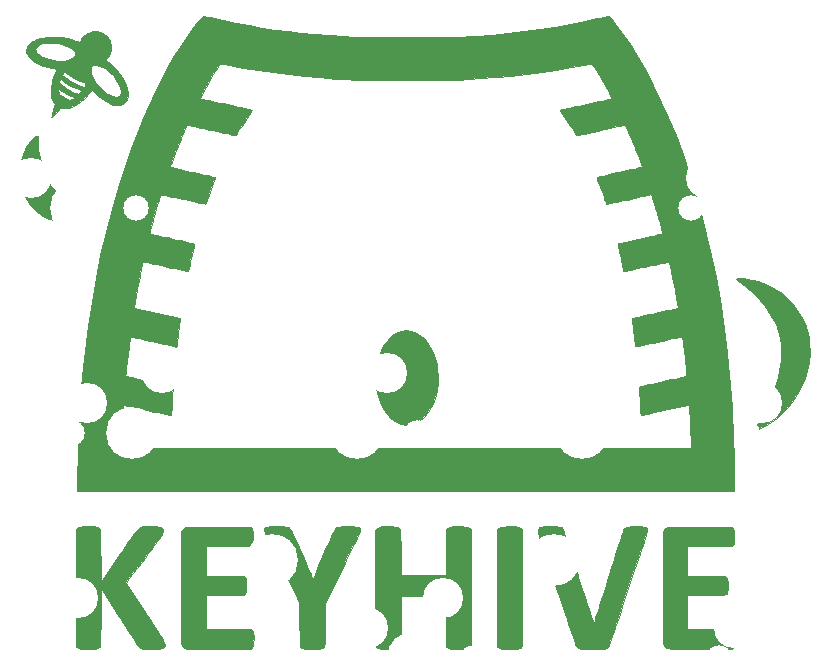
<source format=gto>
%TF.GenerationSoftware,KiCad,Pcbnew,(5.0.0)*%
%TF.CreationDate,2018-11-28T21:24:14-08:00*%
%TF.ProjectId,UT47.2,555434372E322E6B696361645F706362,rev?*%
%TF.SameCoordinates,Original*%
%TF.FileFunction,Legend,Top*%
%TF.FilePolarity,Positive*%
%FSLAX46Y46*%
G04 Gerber Fmt 4.6, Leading zero omitted, Abs format (unit mm)*
G04 Created by KiCad (PCBNEW (5.0.0)) date 11/28/18 21:24:14*
%MOMM*%
%LPD*%
G01*
G04 APERTURE LIST*
%ADD10C,0.010000*%
%ADD11C,0.700000*%
%ADD12C,2.150000*%
%ADD13C,3.400000*%
%ADD14C,4.387800*%
%ADD15C,1.050000*%
%ADD16O,1.400000X2.500000*%
%ADD17O,1.400000X2.000000*%
%ADD18C,3.448000*%
G04 APERTURE END LIST*
D10*
G36*
X150542947Y-70749625D02*
X150884149Y-70846847D01*
X151217109Y-71013769D01*
X151537435Y-71250293D01*
X151670536Y-71373709D01*
X151980312Y-71729349D01*
X152244749Y-72134180D01*
X152463470Y-72580426D01*
X152636097Y-73060312D01*
X152762252Y-73566063D01*
X152841557Y-74089902D01*
X152873635Y-74624055D01*
X152858106Y-75160745D01*
X152794594Y-75692198D01*
X152682720Y-76210638D01*
X152522107Y-76708289D01*
X152312376Y-77177376D01*
X152053150Y-77610124D01*
X151978690Y-77714254D01*
X151692426Y-78049224D01*
X151378723Y-78319995D01*
X151040216Y-78524546D01*
X150786430Y-78628414D01*
X150596741Y-78672262D01*
X150365756Y-78696747D01*
X150122391Y-78700872D01*
X149895560Y-78683637D01*
X149781564Y-78663132D01*
X149561401Y-78587085D01*
X149319890Y-78462478D01*
X149075376Y-78301504D01*
X148846207Y-78116359D01*
X148650728Y-77919234D01*
X148635487Y-77901408D01*
X148338249Y-77494476D01*
X148089582Y-77041164D01*
X147890301Y-76549734D01*
X147741220Y-76028447D01*
X147643154Y-75485565D01*
X147596916Y-74929352D01*
X147603322Y-74368069D01*
X147663185Y-73809978D01*
X147777319Y-73263341D01*
X147946540Y-72736421D01*
X148092813Y-72395013D01*
X148261606Y-72069324D01*
X148436910Y-71794372D01*
X148633962Y-71548850D01*
X148867018Y-71312365D01*
X149183553Y-71059650D01*
X149513806Y-70877114D01*
X149853383Y-70764663D01*
X150197894Y-70722198D01*
X150542947Y-70749625D01*
X150542947Y-70749625D01*
G37*
X150542947Y-70749625D02*
X150884149Y-70846847D01*
X151217109Y-71013769D01*
X151537435Y-71250293D01*
X151670536Y-71373709D01*
X151980312Y-71729349D01*
X152244749Y-72134180D01*
X152463470Y-72580426D01*
X152636097Y-73060312D01*
X152762252Y-73566063D01*
X152841557Y-74089902D01*
X152873635Y-74624055D01*
X152858106Y-75160745D01*
X152794594Y-75692198D01*
X152682720Y-76210638D01*
X152522107Y-76708289D01*
X152312376Y-77177376D01*
X152053150Y-77610124D01*
X151978690Y-77714254D01*
X151692426Y-78049224D01*
X151378723Y-78319995D01*
X151040216Y-78524546D01*
X150786430Y-78628414D01*
X150596741Y-78672262D01*
X150365756Y-78696747D01*
X150122391Y-78700872D01*
X149895560Y-78683637D01*
X149781564Y-78663132D01*
X149561401Y-78587085D01*
X149319890Y-78462478D01*
X149075376Y-78301504D01*
X148846207Y-78116359D01*
X148650728Y-77919234D01*
X148635487Y-77901408D01*
X148338249Y-77494476D01*
X148089582Y-77041164D01*
X147890301Y-76549734D01*
X147741220Y-76028447D01*
X147643154Y-75485565D01*
X147596916Y-74929352D01*
X147603322Y-74368069D01*
X147663185Y-73809978D01*
X147777319Y-73263341D01*
X147946540Y-72736421D01*
X148092813Y-72395013D01*
X148261606Y-72069324D01*
X148436910Y-71794372D01*
X148633962Y-71548850D01*
X148867018Y-71312365D01*
X149183553Y-71059650D01*
X149513806Y-70877114D01*
X149853383Y-70764663D01*
X150197894Y-70722198D01*
X150542947Y-70749625D01*
G36*
X124027941Y-45414423D02*
X124155987Y-45425891D01*
X124261116Y-45450346D01*
X124368095Y-45492156D01*
X124405056Y-45509113D01*
X124624814Y-45644349D01*
X124830521Y-45829677D01*
X125000138Y-46043060D01*
X125079101Y-46183158D01*
X125127104Y-46295661D01*
X125156412Y-46398725D01*
X125171395Y-46517117D01*
X125176423Y-46675602D01*
X125176643Y-46736000D01*
X125173734Y-46912298D01*
X125162148Y-47040751D01*
X125137601Y-47145951D01*
X125095805Y-47252491D01*
X125081024Y-47284640D01*
X125003704Y-47425823D01*
X124909851Y-47565255D01*
X124855048Y-47632856D01*
X124724691Y-47777146D01*
X124879561Y-47888366D01*
X124969723Y-47960588D01*
X125092371Y-48068872D01*
X125229609Y-48197045D01*
X125332714Y-48297868D01*
X125634819Y-48624823D01*
X125900148Y-48962078D01*
X126126690Y-49303689D01*
X126312436Y-49643710D01*
X126455376Y-49976197D01*
X126553500Y-50295205D01*
X126604797Y-50594788D01*
X126607258Y-50869002D01*
X126558873Y-51111902D01*
X126457631Y-51317542D01*
X126383988Y-51407201D01*
X126209821Y-51535986D01*
X125992875Y-51611850D01*
X125740600Y-51634256D01*
X125460442Y-51602665D01*
X125159850Y-51516540D01*
X125113646Y-51498957D01*
X124870115Y-51385020D01*
X124600540Y-51227928D01*
X124324556Y-51040919D01*
X124061797Y-50837231D01*
X123847375Y-50645276D01*
X123570393Y-50375693D01*
X123282432Y-50725188D01*
X122987110Y-51048417D01*
X122668622Y-51332916D01*
X122337858Y-51570801D01*
X122005708Y-51754192D01*
X121700561Y-51870250D01*
X121434003Y-51916258D01*
X121202631Y-51920113D01*
X120915068Y-51909217D01*
X120530445Y-52307108D01*
X120400008Y-52439639D01*
X120290773Y-52545998D01*
X120210734Y-52618782D01*
X120167884Y-52650587D01*
X120163260Y-52647210D01*
X120178535Y-52592502D01*
X120208472Y-52482073D01*
X120249187Y-52330363D01*
X120296793Y-52151809D01*
X120313235Y-52089902D01*
X120445772Y-51590384D01*
X120354169Y-51451963D01*
X120218825Y-51184719D01*
X120133178Y-50872479D01*
X120096974Y-50522889D01*
X120107650Y-50210969D01*
X120722283Y-50210969D01*
X120748883Y-50459357D01*
X120771087Y-50610219D01*
X120801894Y-50705262D01*
X120846812Y-50761174D01*
X120849128Y-50762943D01*
X120931858Y-50817569D01*
X121052712Y-50888424D01*
X121195794Y-50967227D01*
X121345208Y-51045699D01*
X121485060Y-51115558D01*
X121599455Y-51168525D01*
X121672497Y-51196319D01*
X121685349Y-51198567D01*
X121752192Y-51183100D01*
X121855921Y-51142654D01*
X121936535Y-51104646D01*
X122123014Y-51010150D01*
X121866832Y-50910477D01*
X121524507Y-50756838D01*
X121200317Y-50572611D01*
X120924083Y-50375338D01*
X120722283Y-50210969D01*
X120107650Y-50210969D01*
X120109957Y-50143596D01*
X120171870Y-49742248D01*
X120196424Y-49649938D01*
X120814329Y-49649938D01*
X120815191Y-49736420D01*
X120856639Y-49810293D01*
X120946813Y-49896167D01*
X120976571Y-49921265D01*
X121122282Y-50031520D01*
X121303666Y-50151282D01*
X121507701Y-50273720D01*
X121721366Y-50392006D01*
X121931639Y-50499309D01*
X122125499Y-50588802D01*
X122289925Y-50653654D01*
X122411893Y-50687037D01*
X122442384Y-50690027D01*
X122499933Y-50665035D01*
X122578635Y-50600282D01*
X122619865Y-50557044D01*
X122737605Y-50422946D01*
X122451267Y-50326487D01*
X121944279Y-50119832D01*
X121480647Y-49855618D01*
X121090843Y-49561099D01*
X120887614Y-49387057D01*
X120845914Y-49526238D01*
X120814329Y-49649938D01*
X120196424Y-49649938D01*
X120282460Y-49326490D01*
X120380344Y-49065896D01*
X121058214Y-49065896D01*
X121086823Y-49107046D01*
X121164541Y-49178154D01*
X121279205Y-49270284D01*
X121418656Y-49374503D01*
X121570730Y-49481877D01*
X121723266Y-49583472D01*
X121864102Y-49670355D01*
X121935890Y-49710622D01*
X122079980Y-49783157D01*
X122248061Y-49861210D01*
X122424574Y-49938323D01*
X122593958Y-50008040D01*
X122740657Y-50063906D01*
X122849112Y-50099463D01*
X122895687Y-50108908D01*
X122934258Y-50079885D01*
X122984890Y-50004411D01*
X123009431Y-49956711D01*
X123081845Y-49802851D01*
X122804815Y-49707608D01*
X122326079Y-49516616D01*
X121906084Y-49293529D01*
X121548420Y-49040354D01*
X121434811Y-48941496D01*
X121267235Y-48787029D01*
X121162724Y-48912215D01*
X121099546Y-48993728D01*
X121062376Y-49052964D01*
X121058214Y-49065896D01*
X120380344Y-49065896D01*
X120439145Y-48909352D01*
X120507551Y-48739880D01*
X120542527Y-48626994D01*
X120543194Y-48573710D01*
X120538048Y-48570095D01*
X120483448Y-48559532D01*
X120451413Y-48554358D01*
X123490288Y-48554358D01*
X123491964Y-48661791D01*
X123497075Y-48746692D01*
X123549232Y-49036064D01*
X123667651Y-49340708D01*
X123849131Y-49654891D01*
X124090470Y-49972876D01*
X124321171Y-50222827D01*
X124605242Y-50482825D01*
X124881679Y-50683020D01*
X125164071Y-50833004D01*
X125217781Y-50855903D01*
X125396066Y-50912321D01*
X125576330Y-50940698D01*
X125736178Y-50939198D01*
X125849939Y-50907781D01*
X125916054Y-50849441D01*
X125974553Y-50764440D01*
X126022217Y-50597394D01*
X126016838Y-50394581D01*
X125962854Y-50164537D01*
X125864701Y-49915798D01*
X125726817Y-49656900D01*
X125553639Y-49396379D01*
X125349604Y-49142770D01*
X125119148Y-48904610D01*
X124916657Y-48729283D01*
X124655000Y-48536961D01*
X124420909Y-48400196D01*
X124202800Y-48313439D01*
X123989092Y-48271142D01*
X123953945Y-48268087D01*
X123822220Y-48260643D01*
X123738453Y-48266413D01*
X123678329Y-48292040D01*
X123617534Y-48344163D01*
X123595507Y-48365982D01*
X123536249Y-48428925D01*
X123503113Y-48484227D01*
X123490288Y-48554358D01*
X120451413Y-48554358D01*
X120378251Y-48542542D01*
X120243760Y-48522541D01*
X120223643Y-48519672D01*
X119848062Y-48447540D01*
X119482737Y-48341639D01*
X119137738Y-48207140D01*
X118823135Y-48049214D01*
X118548998Y-47873032D01*
X118325396Y-47683765D01*
X118162400Y-47486584D01*
X118139559Y-47449421D01*
X118045854Y-47226721D01*
X118023026Y-47007980D01*
X118040966Y-46926291D01*
X118805054Y-46926291D01*
X118837923Y-47081819D01*
X118861075Y-47131558D01*
X118981666Y-47292850D01*
X119163348Y-47440539D01*
X119395508Y-47572204D01*
X119667533Y-47685427D01*
X119968808Y-47777788D01*
X120288722Y-47846868D01*
X120616660Y-47890248D01*
X120942009Y-47905507D01*
X121254156Y-47890227D01*
X121542488Y-47841988D01*
X121729500Y-47785445D01*
X121941396Y-47683696D01*
X122085822Y-47565160D01*
X122164830Y-47433866D01*
X122180472Y-47293843D01*
X122134798Y-47149120D01*
X122029862Y-47003726D01*
X121867714Y-46861691D01*
X121650407Y-46727044D01*
X121379991Y-46603815D01*
X121075380Y-46500877D01*
X120739813Y-46422037D01*
X120398891Y-46375719D01*
X120063974Y-46361117D01*
X119746424Y-46377426D01*
X119457604Y-46423839D01*
X119208873Y-46499550D01*
X119011595Y-46603752D01*
X118951481Y-46651556D01*
X118842545Y-46784788D01*
X118805054Y-46926291D01*
X118040966Y-46926291D01*
X118069379Y-46796921D01*
X118183219Y-46597268D01*
X118362850Y-46412745D01*
X118606579Y-46247078D01*
X118711929Y-46191667D01*
X118953417Y-46082800D01*
X119185894Y-46001285D01*
X119427572Y-45943165D01*
X119696665Y-45904483D01*
X120011386Y-45881285D01*
X120170150Y-45874926D01*
X120644288Y-45873054D01*
X121069686Y-45901940D01*
X121464622Y-45964492D01*
X121847370Y-46063616D01*
X122236208Y-46202222D01*
X122242069Y-46204572D01*
X122548266Y-46327516D01*
X122644189Y-46131615D01*
X122780504Y-45921769D01*
X122969368Y-45727179D01*
X123190853Y-45566770D01*
X123300016Y-45508819D01*
X123412303Y-45460942D01*
X123515374Y-45431715D01*
X123633967Y-45416782D01*
X123792822Y-45411784D01*
X123852214Y-45411571D01*
X124027941Y-45414423D01*
X124027941Y-45414423D01*
G37*
X124027941Y-45414423D02*
X124155987Y-45425891D01*
X124261116Y-45450346D01*
X124368095Y-45492156D01*
X124405056Y-45509113D01*
X124624814Y-45644349D01*
X124830521Y-45829677D01*
X125000138Y-46043060D01*
X125079101Y-46183158D01*
X125127104Y-46295661D01*
X125156412Y-46398725D01*
X125171395Y-46517117D01*
X125176423Y-46675602D01*
X125176643Y-46736000D01*
X125173734Y-46912298D01*
X125162148Y-47040751D01*
X125137601Y-47145951D01*
X125095805Y-47252491D01*
X125081024Y-47284640D01*
X125003704Y-47425823D01*
X124909851Y-47565255D01*
X124855048Y-47632856D01*
X124724691Y-47777146D01*
X124879561Y-47888366D01*
X124969723Y-47960588D01*
X125092371Y-48068872D01*
X125229609Y-48197045D01*
X125332714Y-48297868D01*
X125634819Y-48624823D01*
X125900148Y-48962078D01*
X126126690Y-49303689D01*
X126312436Y-49643710D01*
X126455376Y-49976197D01*
X126553500Y-50295205D01*
X126604797Y-50594788D01*
X126607258Y-50869002D01*
X126558873Y-51111902D01*
X126457631Y-51317542D01*
X126383988Y-51407201D01*
X126209821Y-51535986D01*
X125992875Y-51611850D01*
X125740600Y-51634256D01*
X125460442Y-51602665D01*
X125159850Y-51516540D01*
X125113646Y-51498957D01*
X124870115Y-51385020D01*
X124600540Y-51227928D01*
X124324556Y-51040919D01*
X124061797Y-50837231D01*
X123847375Y-50645276D01*
X123570393Y-50375693D01*
X123282432Y-50725188D01*
X122987110Y-51048417D01*
X122668622Y-51332916D01*
X122337858Y-51570801D01*
X122005708Y-51754192D01*
X121700561Y-51870250D01*
X121434003Y-51916258D01*
X121202631Y-51920113D01*
X120915068Y-51909217D01*
X120530445Y-52307108D01*
X120400008Y-52439639D01*
X120290773Y-52545998D01*
X120210734Y-52618782D01*
X120167884Y-52650587D01*
X120163260Y-52647210D01*
X120178535Y-52592502D01*
X120208472Y-52482073D01*
X120249187Y-52330363D01*
X120296793Y-52151809D01*
X120313235Y-52089902D01*
X120445772Y-51590384D01*
X120354169Y-51451963D01*
X120218825Y-51184719D01*
X120133178Y-50872479D01*
X120096974Y-50522889D01*
X120107650Y-50210969D01*
X120722283Y-50210969D01*
X120748883Y-50459357D01*
X120771087Y-50610219D01*
X120801894Y-50705262D01*
X120846812Y-50761174D01*
X120849128Y-50762943D01*
X120931858Y-50817569D01*
X121052712Y-50888424D01*
X121195794Y-50967227D01*
X121345208Y-51045699D01*
X121485060Y-51115558D01*
X121599455Y-51168525D01*
X121672497Y-51196319D01*
X121685349Y-51198567D01*
X121752192Y-51183100D01*
X121855921Y-51142654D01*
X121936535Y-51104646D01*
X122123014Y-51010150D01*
X121866832Y-50910477D01*
X121524507Y-50756838D01*
X121200317Y-50572611D01*
X120924083Y-50375338D01*
X120722283Y-50210969D01*
X120107650Y-50210969D01*
X120109957Y-50143596D01*
X120171870Y-49742248D01*
X120196424Y-49649938D01*
X120814329Y-49649938D01*
X120815191Y-49736420D01*
X120856639Y-49810293D01*
X120946813Y-49896167D01*
X120976571Y-49921265D01*
X121122282Y-50031520D01*
X121303666Y-50151282D01*
X121507701Y-50273720D01*
X121721366Y-50392006D01*
X121931639Y-50499309D01*
X122125499Y-50588802D01*
X122289925Y-50653654D01*
X122411893Y-50687037D01*
X122442384Y-50690027D01*
X122499933Y-50665035D01*
X122578635Y-50600282D01*
X122619865Y-50557044D01*
X122737605Y-50422946D01*
X122451267Y-50326487D01*
X121944279Y-50119832D01*
X121480647Y-49855618D01*
X121090843Y-49561099D01*
X120887614Y-49387057D01*
X120845914Y-49526238D01*
X120814329Y-49649938D01*
X120196424Y-49649938D01*
X120282460Y-49326490D01*
X120380344Y-49065896D01*
X121058214Y-49065896D01*
X121086823Y-49107046D01*
X121164541Y-49178154D01*
X121279205Y-49270284D01*
X121418656Y-49374503D01*
X121570730Y-49481877D01*
X121723266Y-49583472D01*
X121864102Y-49670355D01*
X121935890Y-49710622D01*
X122079980Y-49783157D01*
X122248061Y-49861210D01*
X122424574Y-49938323D01*
X122593958Y-50008040D01*
X122740657Y-50063906D01*
X122849112Y-50099463D01*
X122895687Y-50108908D01*
X122934258Y-50079885D01*
X122984890Y-50004411D01*
X123009431Y-49956711D01*
X123081845Y-49802851D01*
X122804815Y-49707608D01*
X122326079Y-49516616D01*
X121906084Y-49293529D01*
X121548420Y-49040354D01*
X121434811Y-48941496D01*
X121267235Y-48787029D01*
X121162724Y-48912215D01*
X121099546Y-48993728D01*
X121062376Y-49052964D01*
X121058214Y-49065896D01*
X120380344Y-49065896D01*
X120439145Y-48909352D01*
X120507551Y-48739880D01*
X120542527Y-48626994D01*
X120543194Y-48573710D01*
X120538048Y-48570095D01*
X120483448Y-48559532D01*
X120451413Y-48554358D01*
X123490288Y-48554358D01*
X123491964Y-48661791D01*
X123497075Y-48746692D01*
X123549232Y-49036064D01*
X123667651Y-49340708D01*
X123849131Y-49654891D01*
X124090470Y-49972876D01*
X124321171Y-50222827D01*
X124605242Y-50482825D01*
X124881679Y-50683020D01*
X125164071Y-50833004D01*
X125217781Y-50855903D01*
X125396066Y-50912321D01*
X125576330Y-50940698D01*
X125736178Y-50939198D01*
X125849939Y-50907781D01*
X125916054Y-50849441D01*
X125974553Y-50764440D01*
X126022217Y-50597394D01*
X126016838Y-50394581D01*
X125962854Y-50164537D01*
X125864701Y-49915798D01*
X125726817Y-49656900D01*
X125553639Y-49396379D01*
X125349604Y-49142770D01*
X125119148Y-48904610D01*
X124916657Y-48729283D01*
X124655000Y-48536961D01*
X124420909Y-48400196D01*
X124202800Y-48313439D01*
X123989092Y-48271142D01*
X123953945Y-48268087D01*
X123822220Y-48260643D01*
X123738453Y-48266413D01*
X123678329Y-48292040D01*
X123617534Y-48344163D01*
X123595507Y-48365982D01*
X123536249Y-48428925D01*
X123503113Y-48484227D01*
X123490288Y-48554358D01*
X120451413Y-48554358D01*
X120378251Y-48542542D01*
X120243760Y-48522541D01*
X120223643Y-48519672D01*
X119848062Y-48447540D01*
X119482737Y-48341639D01*
X119137738Y-48207140D01*
X118823135Y-48049214D01*
X118548998Y-47873032D01*
X118325396Y-47683765D01*
X118162400Y-47486584D01*
X118139559Y-47449421D01*
X118045854Y-47226721D01*
X118023026Y-47007980D01*
X118040966Y-46926291D01*
X118805054Y-46926291D01*
X118837923Y-47081819D01*
X118861075Y-47131558D01*
X118981666Y-47292850D01*
X119163348Y-47440539D01*
X119395508Y-47572204D01*
X119667533Y-47685427D01*
X119968808Y-47777788D01*
X120288722Y-47846868D01*
X120616660Y-47890248D01*
X120942009Y-47905507D01*
X121254156Y-47890227D01*
X121542488Y-47841988D01*
X121729500Y-47785445D01*
X121941396Y-47683696D01*
X122085822Y-47565160D01*
X122164830Y-47433866D01*
X122180472Y-47293843D01*
X122134798Y-47149120D01*
X122029862Y-47003726D01*
X121867714Y-46861691D01*
X121650407Y-46727044D01*
X121379991Y-46603815D01*
X121075380Y-46500877D01*
X120739813Y-46422037D01*
X120398891Y-46375719D01*
X120063974Y-46361117D01*
X119746424Y-46377426D01*
X119457604Y-46423839D01*
X119208873Y-46499550D01*
X119011595Y-46603752D01*
X118951481Y-46651556D01*
X118842545Y-46784788D01*
X118805054Y-46926291D01*
X118040966Y-46926291D01*
X118069379Y-46796921D01*
X118183219Y-46597268D01*
X118362850Y-46412745D01*
X118606579Y-46247078D01*
X118711929Y-46191667D01*
X118953417Y-46082800D01*
X119185894Y-46001285D01*
X119427572Y-45943165D01*
X119696665Y-45904483D01*
X120011386Y-45881285D01*
X120170150Y-45874926D01*
X120644288Y-45873054D01*
X121069686Y-45901940D01*
X121464622Y-45964492D01*
X121847370Y-46063616D01*
X122236208Y-46202222D01*
X122242069Y-46204572D01*
X122548266Y-46327516D01*
X122644189Y-46131615D01*
X122780504Y-45921769D01*
X122969368Y-45727179D01*
X123190853Y-45566770D01*
X123300016Y-45508819D01*
X123412303Y-45460942D01*
X123515374Y-45431715D01*
X123633967Y-45416782D01*
X123792822Y-45411784D01*
X123852214Y-45411571D01*
X124027941Y-45414423D01*
G36*
X119038595Y-54255366D02*
X119054474Y-54292172D01*
X119050425Y-54375764D01*
X119045220Y-54419500D01*
X119027224Y-54563267D01*
X119009315Y-54707825D01*
X119005216Y-54741218D01*
X118998219Y-54930758D01*
X119014156Y-55175499D01*
X119050524Y-55462677D01*
X119104823Y-55779526D01*
X119174549Y-56113278D01*
X119257203Y-56451168D01*
X119350281Y-56780430D01*
X119451284Y-57088298D01*
X119481233Y-57170507D01*
X119684756Y-57662738D01*
X119908462Y-58095024D01*
X120161663Y-58479173D01*
X120453671Y-58826993D01*
X120793797Y-59150291D01*
X121191355Y-59460876D01*
X121402929Y-59607312D01*
X121540773Y-59697098D01*
X121724298Y-59813159D01*
X121936614Y-59945003D01*
X122160833Y-60082135D01*
X122364500Y-60204776D01*
X122653338Y-60377908D01*
X122884674Y-60518373D01*
X123063885Y-60629731D01*
X123196354Y-60715541D01*
X123287461Y-60779362D01*
X123342584Y-60824753D01*
X123367106Y-60855273D01*
X123369063Y-60869285D01*
X123329143Y-60909661D01*
X123233929Y-60969101D01*
X123096294Y-61041769D01*
X122929111Y-61121828D01*
X122745252Y-61203443D01*
X122557590Y-61280775D01*
X122378996Y-61347990D01*
X122222343Y-61399249D01*
X122166563Y-61414522D01*
X121965857Y-61455862D01*
X121730169Y-61489828D01*
X121480619Y-61514745D01*
X121238329Y-61528939D01*
X121024418Y-61530734D01*
X120860007Y-61518455D01*
X120858643Y-61518249D01*
X120366235Y-61419981D01*
X119925794Y-61280179D01*
X119526338Y-61093422D01*
X119156888Y-60854290D01*
X118806461Y-60557360D01*
X118699643Y-60452392D01*
X118366328Y-60073906D01*
X118091625Y-59670989D01*
X117869549Y-59232796D01*
X117694110Y-58748479D01*
X117628724Y-58512368D01*
X117528921Y-58006879D01*
X117482307Y-57496959D01*
X117487282Y-56991308D01*
X117542249Y-56498628D01*
X117645608Y-56027620D01*
X117795763Y-55586985D01*
X117991114Y-55185426D01*
X118230062Y-54831643D01*
X118325618Y-54718576D01*
X118443741Y-54601056D01*
X118582008Y-54484742D01*
X118724619Y-54380717D01*
X118855770Y-54300065D01*
X118959661Y-54253869D01*
X118997778Y-54247143D01*
X119038595Y-54255366D01*
X119038595Y-54255366D01*
G37*
X119038595Y-54255366D02*
X119054474Y-54292172D01*
X119050425Y-54375764D01*
X119045220Y-54419500D01*
X119027224Y-54563267D01*
X119009315Y-54707825D01*
X119005216Y-54741218D01*
X118998219Y-54930758D01*
X119014156Y-55175499D01*
X119050524Y-55462677D01*
X119104823Y-55779526D01*
X119174549Y-56113278D01*
X119257203Y-56451168D01*
X119350281Y-56780430D01*
X119451284Y-57088298D01*
X119481233Y-57170507D01*
X119684756Y-57662738D01*
X119908462Y-58095024D01*
X120161663Y-58479173D01*
X120453671Y-58826993D01*
X120793797Y-59150291D01*
X121191355Y-59460876D01*
X121402929Y-59607312D01*
X121540773Y-59697098D01*
X121724298Y-59813159D01*
X121936614Y-59945003D01*
X122160833Y-60082135D01*
X122364500Y-60204776D01*
X122653338Y-60377908D01*
X122884674Y-60518373D01*
X123063885Y-60629731D01*
X123196354Y-60715541D01*
X123287461Y-60779362D01*
X123342584Y-60824753D01*
X123367106Y-60855273D01*
X123369063Y-60869285D01*
X123329143Y-60909661D01*
X123233929Y-60969101D01*
X123096294Y-61041769D01*
X122929111Y-61121828D01*
X122745252Y-61203443D01*
X122557590Y-61280775D01*
X122378996Y-61347990D01*
X122222343Y-61399249D01*
X122166563Y-61414522D01*
X121965857Y-61455862D01*
X121730169Y-61489828D01*
X121480619Y-61514745D01*
X121238329Y-61528939D01*
X121024418Y-61530734D01*
X120860007Y-61518455D01*
X120858643Y-61518249D01*
X120366235Y-61419981D01*
X119925794Y-61280179D01*
X119526338Y-61093422D01*
X119156888Y-60854290D01*
X118806461Y-60557360D01*
X118699643Y-60452392D01*
X118366328Y-60073906D01*
X118091625Y-59670989D01*
X117869549Y-59232796D01*
X117694110Y-58748479D01*
X117628724Y-58512368D01*
X117528921Y-58006879D01*
X117482307Y-57496959D01*
X117487282Y-56991308D01*
X117542249Y-56498628D01*
X117645608Y-56027620D01*
X117795763Y-55586985D01*
X117991114Y-55185426D01*
X118230062Y-54831643D01*
X118325618Y-54718576D01*
X118443741Y-54601056D01*
X118582008Y-54484742D01*
X118724619Y-54380717D01*
X118855770Y-54300065D01*
X118959661Y-54253869D01*
X118997778Y-54247143D01*
X119038595Y-54255366D01*
G36*
X179075598Y-66358972D02*
X179503224Y-66436036D01*
X179945830Y-66550891D01*
X180389933Y-66700521D01*
X180822049Y-66881910D01*
X180855948Y-66897822D01*
X181439208Y-67212645D01*
X181979478Y-67582809D01*
X182473429Y-68003994D01*
X182917732Y-68471880D01*
X183309056Y-68982148D01*
X183644074Y-69530478D01*
X183919456Y-70112550D01*
X184131872Y-70724044D01*
X184272844Y-71331266D01*
X184314936Y-71644285D01*
X184340912Y-72004148D01*
X184350570Y-72386892D01*
X184343706Y-72768555D01*
X184320118Y-73125175D01*
X184290109Y-73369702D01*
X184142739Y-74081644D01*
X183924802Y-74777917D01*
X183636869Y-75457199D01*
X183279511Y-76118168D01*
X182853300Y-76759501D01*
X182784313Y-76852795D01*
X182427434Y-77283375D01*
X182013150Y-77704405D01*
X181556575Y-78103499D01*
X181072821Y-78468271D01*
X180577000Y-78786334D01*
X180143167Y-79017531D01*
X179964307Y-79102767D01*
X179840617Y-79160083D01*
X179762017Y-79193324D01*
X179718424Y-79206331D01*
X179699757Y-79202948D01*
X179695929Y-79188008D01*
X179712213Y-79150417D01*
X179757816Y-79058313D01*
X179827863Y-78921197D01*
X179917482Y-78748567D01*
X180021797Y-78549922D01*
X180072952Y-78453222D01*
X180439339Y-77742133D01*
X180759472Y-77076610D01*
X181036271Y-76448845D01*
X181272654Y-75851034D01*
X181471541Y-75275368D01*
X181635852Y-74714042D01*
X181768507Y-74159250D01*
X181861099Y-73671879D01*
X181894432Y-73412788D01*
X181917014Y-73108692D01*
X181928973Y-72776875D01*
X181930435Y-72434618D01*
X181921527Y-72099204D01*
X181902378Y-71787916D01*
X181873113Y-71518037D01*
X181844020Y-71350495D01*
X181687806Y-70767165D01*
X181473983Y-70199135D01*
X181200580Y-69643618D01*
X180865625Y-69097824D01*
X180467149Y-68558965D01*
X180003180Y-68024252D01*
X179471748Y-67490895D01*
X178870881Y-66956107D01*
X178555077Y-66696357D01*
X178121797Y-66348428D01*
X178319220Y-66330285D01*
X178676436Y-66322716D01*
X179075598Y-66358972D01*
X179075598Y-66358972D01*
G37*
X179075598Y-66358972D02*
X179503224Y-66436036D01*
X179945830Y-66550891D01*
X180389933Y-66700521D01*
X180822049Y-66881910D01*
X180855948Y-66897822D01*
X181439208Y-67212645D01*
X181979478Y-67582809D01*
X182473429Y-68003994D01*
X182917732Y-68471880D01*
X183309056Y-68982148D01*
X183644074Y-69530478D01*
X183919456Y-70112550D01*
X184131872Y-70724044D01*
X184272844Y-71331266D01*
X184314936Y-71644285D01*
X184340912Y-72004148D01*
X184350570Y-72386892D01*
X184343706Y-72768555D01*
X184320118Y-73125175D01*
X184290109Y-73369702D01*
X184142739Y-74081644D01*
X183924802Y-74777917D01*
X183636869Y-75457199D01*
X183279511Y-76118168D01*
X182853300Y-76759501D01*
X182784313Y-76852795D01*
X182427434Y-77283375D01*
X182013150Y-77704405D01*
X181556575Y-78103499D01*
X181072821Y-78468271D01*
X180577000Y-78786334D01*
X180143167Y-79017531D01*
X179964307Y-79102767D01*
X179840617Y-79160083D01*
X179762017Y-79193324D01*
X179718424Y-79206331D01*
X179699757Y-79202948D01*
X179695929Y-79188008D01*
X179712213Y-79150417D01*
X179757816Y-79058313D01*
X179827863Y-78921197D01*
X179917482Y-78748567D01*
X180021797Y-78549922D01*
X180072952Y-78453222D01*
X180439339Y-77742133D01*
X180759472Y-77076610D01*
X181036271Y-76448845D01*
X181272654Y-75851034D01*
X181471541Y-75275368D01*
X181635852Y-74714042D01*
X181768507Y-74159250D01*
X181861099Y-73671879D01*
X181894432Y-73412788D01*
X181917014Y-73108692D01*
X181928973Y-72776875D01*
X181930435Y-72434618D01*
X181921527Y-72099204D01*
X181902378Y-71787916D01*
X181873113Y-71518037D01*
X181844020Y-71350495D01*
X181687806Y-70767165D01*
X181473983Y-70199135D01*
X181200580Y-69643618D01*
X180865625Y-69097824D01*
X180467149Y-68558965D01*
X180003180Y-68024252D01*
X179471748Y-67490895D01*
X178870881Y-66956107D01*
X178555077Y-66696357D01*
X178121797Y-66348428D01*
X178319220Y-66330285D01*
X178676436Y-66322716D01*
X179075598Y-66358972D01*
G36*
X133014811Y-44099916D02*
X133108925Y-44118454D01*
X133249536Y-44148559D01*
X133424579Y-44187676D01*
X133544237Y-44215133D01*
X134683989Y-44470256D01*
X135796358Y-44700588D01*
X136891874Y-44907574D01*
X137981068Y-45092655D01*
X139074470Y-45257274D01*
X140182610Y-45402874D01*
X141316021Y-45530897D01*
X142485231Y-45642787D01*
X143700772Y-45739986D01*
X144973174Y-45823937D01*
X145512485Y-45854794D01*
X145773361Y-45866638D01*
X146099341Y-45877387D01*
X146482967Y-45887027D01*
X146916780Y-45895541D01*
X147393320Y-45902915D01*
X147905130Y-45909133D01*
X148444751Y-45914181D01*
X149004722Y-45918042D01*
X149577587Y-45920701D01*
X150155885Y-45922144D01*
X150732158Y-45922355D01*
X151298947Y-45921318D01*
X151848794Y-45919019D01*
X152374239Y-45915443D01*
X152867823Y-45910573D01*
X153322088Y-45904395D01*
X153729575Y-45896893D01*
X154082825Y-45888053D01*
X154374380Y-45877858D01*
X154477357Y-45873133D01*
X155984240Y-45786108D01*
X157429841Y-45678890D01*
X158822905Y-45550329D01*
X160172179Y-45399276D01*
X161486409Y-45224582D01*
X162774341Y-45025097D01*
X164044721Y-44799673D01*
X165306294Y-44547159D01*
X166389188Y-44307844D01*
X166621055Y-44254303D01*
X166833678Y-44205001D01*
X167015218Y-44162700D01*
X167153837Y-44130162D01*
X167237694Y-44110148D01*
X167251879Y-44106622D01*
X167289326Y-44102375D01*
X167329044Y-44114493D01*
X167378899Y-44150301D01*
X167446758Y-44217123D01*
X167540488Y-44322285D01*
X167667954Y-44473111D01*
X167745010Y-44565782D01*
X168243989Y-45193369D01*
X168724768Y-45852170D01*
X169197723Y-46556875D01*
X169560123Y-47135143D01*
X170310968Y-48423478D01*
X171031861Y-49775515D01*
X171721950Y-51188473D01*
X172380381Y-52659572D01*
X173006301Y-54186031D01*
X173598858Y-55765070D01*
X174157198Y-57393908D01*
X174680468Y-59069765D01*
X175167815Y-60789861D01*
X175618386Y-62551414D01*
X176031328Y-64351644D01*
X176405788Y-66187771D01*
X176740913Y-68057014D01*
X177035849Y-69956592D01*
X177289744Y-71883726D01*
X177372724Y-72599714D01*
X177472379Y-73529491D01*
X177561481Y-74442263D01*
X177640564Y-75347297D01*
X177710160Y-76253859D01*
X177770804Y-77171217D01*
X177823027Y-78108638D01*
X177867363Y-79075387D01*
X177904346Y-80080733D01*
X177934507Y-81133942D01*
X177958381Y-82244282D01*
X177970685Y-82994500D01*
X177989607Y-84291714D01*
X122364500Y-84291714D01*
X122365196Y-83302928D01*
X122391315Y-81088863D01*
X122405842Y-80663143D01*
X126019299Y-80663143D01*
X174326501Y-80663143D01*
X174309380Y-80527071D01*
X174302980Y-80448411D01*
X174295447Y-80311199D01*
X174287398Y-80129434D01*
X174279452Y-79917114D01*
X174272229Y-79688240D01*
X174272092Y-79683428D01*
X174266335Y-79510465D01*
X174257931Y-79297344D01*
X174247373Y-79053545D01*
X174235157Y-78788545D01*
X174221778Y-78511822D01*
X174207731Y-78232855D01*
X174193510Y-77961121D01*
X174179611Y-77706099D01*
X174166528Y-77477266D01*
X174154757Y-77284100D01*
X174144792Y-77136080D01*
X174137128Y-77042684D01*
X174132658Y-77013190D01*
X174096912Y-77019085D01*
X174003617Y-77038260D01*
X173865990Y-77067907D01*
X173697246Y-77105218D01*
X173654357Y-77114827D01*
X173211019Y-77214022D01*
X172774736Y-77310902D01*
X172351193Y-77404254D01*
X171946070Y-77492864D01*
X171565052Y-77575520D01*
X171213820Y-77651008D01*
X170898058Y-77718114D01*
X170623448Y-77775625D01*
X170395673Y-77822328D01*
X170220415Y-77857010D01*
X170103359Y-77878456D01*
X170050185Y-77885454D01*
X170047634Y-77884944D01*
X170036466Y-77841486D01*
X170025472Y-77745450D01*
X170016881Y-77616798D01*
X170016293Y-77604123D01*
X170010889Y-77494219D01*
X170001948Y-77325473D01*
X169990224Y-77111490D01*
X169976468Y-76865873D01*
X169961430Y-76602225D01*
X169950968Y-76421488D01*
X169936990Y-76170652D01*
X169925606Y-75944554D01*
X169917211Y-75753026D01*
X169912201Y-75605904D01*
X169910973Y-75513021D01*
X169913197Y-75484065D01*
X169950598Y-75473488D01*
X170052448Y-75448796D01*
X170212318Y-75411453D01*
X170423778Y-75362919D01*
X170680396Y-75304657D01*
X170975744Y-75238130D01*
X171303391Y-75164799D01*
X171656907Y-75086127D01*
X171900590Y-75032139D01*
X172268392Y-74950352D01*
X172615118Y-74872396D01*
X172934254Y-74799792D01*
X173219284Y-74734064D01*
X173463692Y-74676735D01*
X173660964Y-74629328D01*
X173804585Y-74593366D01*
X173888038Y-74570373D01*
X173906916Y-74563118D01*
X173915677Y-74514739D01*
X173914433Y-74398445D01*
X173903411Y-74218163D01*
X173882840Y-73977823D01*
X173859275Y-73741270D01*
X173830178Y-73469158D01*
X173798071Y-73179525D01*
X173764040Y-72881211D01*
X173729171Y-72583055D01*
X173694551Y-72293897D01*
X173661266Y-72022576D01*
X173630402Y-71777934D01*
X173603046Y-71568808D01*
X173580285Y-71404040D01*
X173563204Y-71292469D01*
X173552891Y-71242935D01*
X173552041Y-71241445D01*
X173513935Y-71244738D01*
X173415193Y-71262084D01*
X173265942Y-71291453D01*
X173076312Y-71330817D01*
X172856434Y-71378145D01*
X172724918Y-71407138D01*
X172466909Y-71464246D01*
X172157209Y-71532406D01*
X171815077Y-71607406D01*
X171459767Y-71685031D01*
X171110538Y-71761065D01*
X170805929Y-71827124D01*
X170530510Y-71886860D01*
X170276380Y-71942261D01*
X170052647Y-71991317D01*
X169868418Y-72032023D01*
X169732802Y-72062371D01*
X169654906Y-72080352D01*
X169641082Y-72083883D01*
X169613926Y-72081460D01*
X169592454Y-72048292D01*
X169573593Y-71973249D01*
X169554268Y-71845200D01*
X169537932Y-71710384D01*
X169519078Y-71552500D01*
X169492833Y-71340831D01*
X169461498Y-71093512D01*
X169427376Y-70828679D01*
X169392766Y-70564468D01*
X169387305Y-70523217D01*
X169357816Y-70290888D01*
X169333958Y-70083061D01*
X169316744Y-69910375D01*
X169307190Y-69783467D01*
X169306310Y-69712976D01*
X169309026Y-69702484D01*
X169348665Y-69690296D01*
X169452638Y-69664156D01*
X169614376Y-69625575D01*
X169827306Y-69576061D01*
X170084857Y-69517121D01*
X170380460Y-69450265D01*
X170707542Y-69377002D01*
X171059532Y-69298839D01*
X171257334Y-69255195D01*
X171619465Y-69175281D01*
X171959812Y-69099808D01*
X172271867Y-69030244D01*
X172549122Y-68968056D01*
X172785072Y-68914714D01*
X172973209Y-68871685D01*
X173107026Y-68840438D01*
X173180015Y-68822440D01*
X173191866Y-68818730D01*
X173190659Y-68778965D01*
X173176980Y-68676168D01*
X173152303Y-68518523D01*
X173118100Y-68314219D01*
X173075841Y-68071441D01*
X173027001Y-67798375D01*
X172973049Y-67503208D01*
X172915460Y-67194126D01*
X172855705Y-66879316D01*
X172795256Y-66566963D01*
X172735585Y-66265255D01*
X172708482Y-66130714D01*
X172641738Y-65800854D01*
X172587926Y-65535197D01*
X172545124Y-65326912D01*
X172511406Y-65169169D01*
X172484849Y-65055137D01*
X172463529Y-64977985D01*
X172445521Y-64930882D01*
X172428901Y-64906997D01*
X172411746Y-64899499D01*
X172392131Y-64901558D01*
X172368132Y-64906342D01*
X172363763Y-64906904D01*
X172311954Y-64916479D01*
X172196337Y-64940253D01*
X172023951Y-64976707D01*
X171801837Y-65024323D01*
X171537036Y-65081583D01*
X171236586Y-65146968D01*
X170907530Y-65218961D01*
X170556907Y-65296042D01*
X170450486Y-65319509D01*
X170097728Y-65396938D01*
X169766742Y-65468798D01*
X169464219Y-65533691D01*
X169196850Y-65590219D01*
X168971325Y-65636984D01*
X168794334Y-65672590D01*
X168672569Y-65695639D01*
X168612719Y-65704734D01*
X168607690Y-65704428D01*
X168593760Y-65663988D01*
X168568869Y-65566866D01*
X168536507Y-65427494D01*
X168500164Y-65260308D01*
X168499159Y-65255537D01*
X168460997Y-65077888D01*
X168410975Y-64850355D01*
X168353726Y-64593728D01*
X168293885Y-64328796D01*
X168242785Y-64105408D01*
X168193382Y-63887839D01*
X168151104Y-63695650D01*
X168118189Y-63539534D01*
X168096878Y-63430183D01*
X168089412Y-63378290D01*
X168089902Y-63375595D01*
X168126778Y-63365884D01*
X168227736Y-63342127D01*
X168385977Y-63305854D01*
X168594703Y-63258598D01*
X168847115Y-63201890D01*
X169136416Y-63137262D01*
X169455806Y-63066245D01*
X169798488Y-62990372D01*
X169862500Y-62976233D01*
X170213641Y-62898605D01*
X170546793Y-62824767D01*
X170854527Y-62756379D01*
X171129413Y-62695101D01*
X171364024Y-62642591D01*
X171550930Y-62600509D01*
X171682702Y-62570515D01*
X171751912Y-62554269D01*
X171755627Y-62553330D01*
X171888898Y-62518997D01*
X171762555Y-62038855D01*
X171661149Y-61661093D01*
X171544054Y-61237667D01*
X171417922Y-60791959D01*
X171289405Y-60347351D01*
X171165155Y-59927227D01*
X171107090Y-59734901D01*
X171040470Y-59520782D01*
X170989077Y-59368380D01*
X170949378Y-59269308D01*
X170917842Y-59215177D01*
X170890935Y-59197600D01*
X170881304Y-59198726D01*
X170830295Y-59211398D01*
X170717796Y-59237403D01*
X170551916Y-59274959D01*
X170340766Y-59322283D01*
X170092456Y-59377593D01*
X169815098Y-59439108D01*
X169516801Y-59505044D01*
X169205677Y-59573620D01*
X168889836Y-59643053D01*
X168577388Y-59711561D01*
X168276444Y-59777361D01*
X167995115Y-59838672D01*
X167741511Y-59893711D01*
X167523743Y-59940696D01*
X167349921Y-59977845D01*
X167228156Y-60003375D01*
X167166558Y-60015505D01*
X167160905Y-60016265D01*
X167137115Y-59983572D01*
X167095341Y-59893275D01*
X167040226Y-59756719D01*
X166976414Y-59585255D01*
X166927076Y-59444765D01*
X166838803Y-59191711D01*
X166736176Y-58904413D01*
X166630887Y-58615234D01*
X166534629Y-58356537D01*
X166518657Y-58314371D01*
X166448360Y-58127481D01*
X166389023Y-57965959D01*
X166344720Y-57841211D01*
X166319528Y-57764644D01*
X166315488Y-57745774D01*
X166351658Y-57736382D01*
X166452180Y-57712828D01*
X166610539Y-57676580D01*
X166820218Y-57629105D01*
X167074700Y-57571871D01*
X167367470Y-57506346D01*
X167692012Y-57433997D01*
X168041809Y-57356291D01*
X168227864Y-57315064D01*
X168588170Y-57235116D01*
X168926644Y-57159667D01*
X169236754Y-57090198D01*
X169511967Y-57028189D01*
X169745754Y-56975118D01*
X169931581Y-56932466D01*
X170062918Y-56901712D01*
X170133234Y-56884335D01*
X170143489Y-56881106D01*
X170137552Y-56841377D01*
X170106756Y-56742209D01*
X170054074Y-56591189D01*
X169982474Y-56395900D01*
X169894926Y-56163929D01*
X169794401Y-55902861D01*
X169683868Y-55620282D01*
X169566297Y-55323777D01*
X169444659Y-55020932D01*
X169321924Y-54719332D01*
X169201061Y-54426562D01*
X169085040Y-54150208D01*
X168976831Y-53897856D01*
X168963028Y-53866143D01*
X168883384Y-53683644D01*
X168814624Y-53526322D01*
X168761652Y-53405373D01*
X168729369Y-53331995D01*
X168721714Y-53314945D01*
X168686868Y-53320253D01*
X168592359Y-53339187D01*
X168449314Y-53369396D01*
X168268863Y-53408533D01*
X168065493Y-53453496D01*
X167464255Y-53587228D01*
X166914177Y-53708869D01*
X166417354Y-53817971D01*
X165975883Y-53914086D01*
X165591863Y-53996769D01*
X165267388Y-54065571D01*
X165004557Y-54120046D01*
X164805466Y-54159745D01*
X164672213Y-54184223D01*
X164606893Y-54193032D01*
X164600594Y-54192419D01*
X164567524Y-54153125D01*
X164513390Y-54071194D01*
X164471989Y-54002198D01*
X164371627Y-53835845D01*
X164239097Y-53626580D01*
X164084944Y-53390159D01*
X163919714Y-53142338D01*
X163753953Y-52898875D01*
X163598206Y-52675525D01*
X163463020Y-52488047D01*
X163420629Y-52431329D01*
X163295603Y-52260177D01*
X163217496Y-52139046D01*
X163187101Y-52069256D01*
X163193304Y-52052048D01*
X163244320Y-52038740D01*
X163352206Y-52013814D01*
X163502786Y-51980447D01*
X163681882Y-51941816D01*
X163748357Y-51927706D01*
X163979859Y-51878424D01*
X164247509Y-51820846D01*
X164543806Y-51756633D01*
X164861247Y-51687450D01*
X165192330Y-51614958D01*
X165529552Y-51540821D01*
X165865412Y-51466702D01*
X166192406Y-51394263D01*
X166503033Y-51325168D01*
X166789790Y-51261078D01*
X167045175Y-51203658D01*
X167261686Y-51154570D01*
X167431820Y-51115477D01*
X167548074Y-51088041D01*
X167602947Y-51073926D01*
X167606267Y-51072614D01*
X167597774Y-51033231D01*
X167555903Y-50939428D01*
X167485017Y-50798770D01*
X167389477Y-50618822D01*
X167273646Y-50407151D01*
X167141887Y-50171320D01*
X166998563Y-49918896D01*
X166848036Y-49657444D01*
X166694668Y-49394530D01*
X166542823Y-49137719D01*
X166396863Y-48894575D01*
X166261150Y-48672666D01*
X166140047Y-48479555D01*
X166037917Y-48322809D01*
X165959122Y-48209993D01*
X165944205Y-48190343D01*
X165922175Y-48165248D01*
X165894679Y-48149411D01*
X165850970Y-48143713D01*
X165780303Y-48149033D01*
X165671930Y-48166251D01*
X165515104Y-48196246D01*
X165299079Y-48239898D01*
X165272357Y-48245344D01*
X164123195Y-48464840D01*
X162913698Y-48667729D01*
X161654467Y-48852718D01*
X160356104Y-49018513D01*
X159029212Y-49163822D01*
X157684392Y-49287351D01*
X156332245Y-49387808D01*
X155493357Y-49438021D01*
X154542334Y-49482863D01*
X153535209Y-49517791D01*
X152484983Y-49542847D01*
X151404657Y-49558072D01*
X150307231Y-49563510D01*
X149205705Y-49559203D01*
X148113080Y-49545192D01*
X147042356Y-49521520D01*
X146006534Y-49488229D01*
X145018614Y-49445361D01*
X144226643Y-49401449D01*
X142900107Y-49307183D01*
X141564914Y-49188099D01*
X140233728Y-49045809D01*
X138919220Y-48881926D01*
X137634055Y-48698063D01*
X136390901Y-48495834D01*
X135202427Y-48276850D01*
X134864943Y-48209453D01*
X134698308Y-48176038D01*
X134560906Y-48149407D01*
X134466383Y-48132137D01*
X134428385Y-48126808D01*
X134428196Y-48126938D01*
X134409336Y-48157925D01*
X134360884Y-48233921D01*
X134292903Y-48339156D01*
X134285397Y-48350714D01*
X134155987Y-48553283D01*
X134012573Y-48783681D01*
X133859360Y-49034613D01*
X133700557Y-49298785D01*
X133540370Y-49568900D01*
X133383007Y-49837664D01*
X133232676Y-50097781D01*
X133093583Y-50341957D01*
X132969936Y-50562895D01*
X132865942Y-50753302D01*
X132785808Y-50905882D01*
X132733743Y-51013339D01*
X132713952Y-51068379D01*
X132715013Y-51073645D01*
X132751159Y-51082720D01*
X132850639Y-51105585D01*
X133005882Y-51140574D01*
X133209317Y-51186019D01*
X133453370Y-51240252D01*
X133730472Y-51301607D01*
X134033050Y-51368416D01*
X134353533Y-51439012D01*
X134684348Y-51511727D01*
X135017925Y-51584894D01*
X135346692Y-51656847D01*
X135663077Y-51725916D01*
X135959509Y-51790436D01*
X136228415Y-51848739D01*
X136462225Y-51899157D01*
X136525000Y-51912626D01*
X136730067Y-51957621D01*
X136908171Y-51998723D01*
X137048138Y-52033185D01*
X137138795Y-52058263D01*
X137169071Y-52070874D01*
X137148626Y-52105853D01*
X137092569Y-52187669D01*
X137008818Y-52305096D01*
X136905293Y-52446905D01*
X136874340Y-52488778D01*
X136653231Y-52795584D01*
X136422466Y-53130800D01*
X136197909Y-53470648D01*
X135995423Y-53791346D01*
X135901081Y-53947785D01*
X135829409Y-54067366D01*
X135772822Y-54158527D01*
X135740392Y-54206779D01*
X135736351Y-54210857D01*
X135697886Y-54203357D01*
X135596880Y-54182069D01*
X135441663Y-54148810D01*
X135240568Y-54105397D01*
X135001926Y-54053647D01*
X134734069Y-53995378D01*
X134445329Y-53932405D01*
X134144037Y-53866547D01*
X133838526Y-53799621D01*
X133537127Y-53733442D01*
X133248171Y-53669830D01*
X132979992Y-53610600D01*
X132742487Y-53557919D01*
X132480917Y-53499991D01*
X132240371Y-53447198D01*
X132030567Y-53401638D01*
X131861227Y-53365403D01*
X131742070Y-53340590D01*
X131682816Y-53329294D01*
X131680146Y-53328941D01*
X131639270Y-53343749D01*
X131591477Y-53402839D01*
X131530672Y-53515262D01*
X131477216Y-53630285D01*
X131370168Y-53873273D01*
X131254077Y-54143919D01*
X131131811Y-54434913D01*
X131006239Y-54738945D01*
X130880230Y-55048705D01*
X130756650Y-55356883D01*
X130638370Y-55656168D01*
X130528256Y-55939251D01*
X130429178Y-56198822D01*
X130344003Y-56427570D01*
X130275599Y-56618185D01*
X130226836Y-56763357D01*
X130200582Y-56855777D01*
X130198972Y-56888013D01*
X130238746Y-56897565D01*
X130342746Y-56921267D01*
X130504329Y-56957635D01*
X130716853Y-57005188D01*
X130973675Y-57062444D01*
X131268153Y-57127921D01*
X131593644Y-57200136D01*
X131943507Y-57277607D01*
X132106790Y-57313715D01*
X132465061Y-57393155D01*
X132801605Y-57468253D01*
X133109826Y-57537504D01*
X133383128Y-57599405D01*
X133614917Y-57652450D01*
X133798598Y-57695136D01*
X133927574Y-57725956D01*
X133995252Y-57743408D01*
X134003963Y-57746510D01*
X133996990Y-57784054D01*
X133967797Y-57879426D01*
X133919797Y-58022560D01*
X133856402Y-58203392D01*
X133781024Y-58411856D01*
X133748515Y-58500094D01*
X133658035Y-58746748D01*
X133567448Y-58997871D01*
X133483025Y-59235779D01*
X133411036Y-59442789D01*
X133357750Y-59601216D01*
X133353944Y-59612928D01*
X133301106Y-59767127D01*
X133252233Y-59893651D01*
X133213419Y-59977632D01*
X133193548Y-60004259D01*
X133151644Y-59999496D01*
X133045704Y-59980278D01*
X132882509Y-59948020D01*
X132668839Y-59904137D01*
X132411472Y-59850044D01*
X132117190Y-59787158D01*
X131792771Y-59716894D01*
X131444995Y-59640667D01*
X131324834Y-59614129D01*
X130970172Y-59535784D01*
X130636190Y-59462260D01*
X130329736Y-59395045D01*
X130057657Y-59335630D01*
X129826803Y-59285505D01*
X129644020Y-59246160D01*
X129516157Y-59219085D01*
X129450062Y-59205771D01*
X129443018Y-59204655D01*
X129413946Y-59237732D01*
X129368368Y-59339065D01*
X129306994Y-59506409D01*
X129230530Y-59737521D01*
X129139687Y-60030155D01*
X129035172Y-60382067D01*
X128917694Y-60791014D01*
X128787962Y-61254750D01*
X128734230Y-61449857D01*
X128651970Y-61749844D01*
X128587290Y-61987302D01*
X128538721Y-62169731D01*
X128504793Y-62304627D01*
X128484038Y-62399491D01*
X128474988Y-62461820D01*
X128476172Y-62499113D01*
X128486124Y-62518868D01*
X128503372Y-62528583D01*
X128521807Y-62534280D01*
X128569173Y-62545902D01*
X128680439Y-62571640D01*
X128848650Y-62609929D01*
X129066850Y-62659202D01*
X129328081Y-62717894D01*
X129625387Y-62784441D01*
X129951813Y-62857276D01*
X130300402Y-62934834D01*
X130399712Y-62956890D01*
X130751519Y-63035172D01*
X131081707Y-63108986D01*
X131383528Y-63176799D01*
X131650234Y-63237078D01*
X131875077Y-63288292D01*
X132051309Y-63328907D01*
X132172180Y-63357391D01*
X132230944Y-63372213D01*
X132235442Y-63373759D01*
X132235054Y-63411958D01*
X132219703Y-63509305D01*
X132191584Y-63654436D01*
X132152895Y-63835984D01*
X132107893Y-64033790D01*
X132048755Y-64290558D01*
X131985911Y-64570327D01*
X131925257Y-64846409D01*
X131872688Y-65092118D01*
X131851050Y-65196357D01*
X131811154Y-65379178D01*
X131772693Y-65533613D01*
X131739164Y-65647122D01*
X131714065Y-65707167D01*
X131706816Y-65713428D01*
X131665006Y-65705760D01*
X131559055Y-65683725D01*
X131395645Y-65648780D01*
X131181461Y-65602383D01*
X130923185Y-65545989D01*
X130627502Y-65481055D01*
X130301096Y-65409037D01*
X129950649Y-65331394D01*
X129787285Y-65295095D01*
X129429114Y-65215819D01*
X129092652Y-65142078D01*
X128784478Y-65075264D01*
X128511173Y-65016768D01*
X128279318Y-64967984D01*
X128095492Y-64930302D01*
X127966276Y-64905114D01*
X127898250Y-64893811D01*
X127889314Y-64893662D01*
X127877423Y-64933331D01*
X127853711Y-65035868D01*
X127819846Y-65192831D01*
X127777498Y-65395782D01*
X127728339Y-65636281D01*
X127674038Y-65905888D01*
X127616265Y-66196165D01*
X127556689Y-66498671D01*
X127496982Y-66804968D01*
X127438813Y-67106614D01*
X127383852Y-67395172D01*
X127333769Y-67662201D01*
X127290234Y-67899262D01*
X127254917Y-68097915D01*
X127252577Y-68111434D01*
X127129810Y-68822153D01*
X129087357Y-69254434D01*
X131044904Y-69686714D01*
X131025411Y-69886285D01*
X131015232Y-69979726D01*
X130997637Y-70129948D01*
X130974199Y-70324385D01*
X130946495Y-70550470D01*
X130916099Y-70795637D01*
X130884587Y-71047319D01*
X130853534Y-71292949D01*
X130824516Y-71519961D01*
X130799108Y-71715789D01*
X130778884Y-71867864D01*
X130765421Y-71963622D01*
X130763286Y-71977354D01*
X130744874Y-72090850D01*
X130410044Y-72018350D01*
X130304001Y-71995247D01*
X130136200Y-71958508D01*
X129915748Y-71910136D01*
X129651756Y-71852132D01*
X129353331Y-71786498D01*
X129029581Y-71715236D01*
X128689616Y-71640349D01*
X128460934Y-71589943D01*
X128129896Y-71517263D01*
X127821201Y-71450076D01*
X127541943Y-71389885D01*
X127299214Y-71338191D01*
X127100107Y-71296493D01*
X126951713Y-71266295D01*
X126861127Y-71249097D01*
X126834902Y-71245789D01*
X126825879Y-71285243D01*
X126809571Y-71387751D01*
X126787060Y-71544594D01*
X126759426Y-71747053D01*
X126727752Y-71986406D01*
X126693117Y-72253935D01*
X126656603Y-72540920D01*
X126619292Y-72838642D01*
X126582265Y-73138379D01*
X126546602Y-73431414D01*
X126513386Y-73709026D01*
X126483696Y-73962495D01*
X126458615Y-74183101D01*
X126439223Y-74362126D01*
X126426602Y-74490849D01*
X126421833Y-74560551D01*
X126422662Y-74570494D01*
X126461640Y-74582091D01*
X126565009Y-74607631D01*
X126726249Y-74645631D01*
X126938836Y-74694603D01*
X127196251Y-74753065D01*
X127491972Y-74819530D01*
X127819477Y-74892515D01*
X128172246Y-74970534D01*
X128387929Y-75017961D01*
X128753589Y-75098248D01*
X129098758Y-75174134D01*
X129416780Y-75244149D01*
X129700998Y-75306822D01*
X129944756Y-75360683D01*
X130141398Y-75404264D01*
X130284268Y-75436092D01*
X130366710Y-75454699D01*
X130384129Y-75458831D01*
X130403045Y-75471203D01*
X130415579Y-75502680D01*
X130421902Y-75562838D01*
X130422185Y-75661254D01*
X130416599Y-75807504D01*
X130405314Y-76011166D01*
X130396538Y-76154363D01*
X130380441Y-76420077D01*
X130363790Y-76708651D01*
X130348072Y-76993445D01*
X130334769Y-77247819D01*
X130328779Y-77370214D01*
X130318431Y-77557781D01*
X130306817Y-77716498D01*
X130295086Y-77833760D01*
X130284386Y-77896965D01*
X130280085Y-77904415D01*
X130241305Y-77896628D01*
X130138038Y-77874576D01*
X129976661Y-77839651D01*
X129763549Y-77793248D01*
X129505078Y-77736758D01*
X129207624Y-77671576D01*
X128877562Y-77599093D01*
X128521269Y-77520703D01*
X128234123Y-77457428D01*
X126211604Y-77011453D01*
X126193720Y-77122798D01*
X126187258Y-77188404D01*
X126178098Y-77317461D01*
X126166707Y-77500917D01*
X126153551Y-77729721D01*
X126139098Y-77994819D01*
X126123814Y-78287162D01*
X126108166Y-78597696D01*
X126092621Y-78917371D01*
X126077645Y-79237135D01*
X126063705Y-79547935D01*
X126051268Y-79840720D01*
X126043432Y-80037214D01*
X126019299Y-80663143D01*
X122405842Y-80663143D01*
X122466208Y-78894225D01*
X122589369Y-76721803D01*
X122760289Y-74574384D01*
X122978464Y-72454756D01*
X123243385Y-70365709D01*
X123554546Y-68310031D01*
X123911441Y-66290509D01*
X124313562Y-64309931D01*
X124760402Y-62371087D01*
X125251456Y-60476765D01*
X125786215Y-58629752D01*
X126364174Y-56832837D01*
X126984825Y-55088809D01*
X127647662Y-53400455D01*
X127916749Y-52759428D01*
X128415412Y-51628746D01*
X128923789Y-50545306D01*
X129440086Y-49512250D01*
X129962508Y-48532723D01*
X130489261Y-47609866D01*
X131018549Y-46746822D01*
X131548579Y-45946735D01*
X132077556Y-45212747D01*
X132603685Y-44548001D01*
X132609760Y-44540714D01*
X132734409Y-44391147D01*
X132841426Y-44262478D01*
X132922748Y-44164420D01*
X132970312Y-44106689D01*
X132979261Y-44095501D01*
X133014811Y-44099916D01*
X133014811Y-44099916D01*
G37*
X133014811Y-44099916D02*
X133108925Y-44118454D01*
X133249536Y-44148559D01*
X133424579Y-44187676D01*
X133544237Y-44215133D01*
X134683989Y-44470256D01*
X135796358Y-44700588D01*
X136891874Y-44907574D01*
X137981068Y-45092655D01*
X139074470Y-45257274D01*
X140182610Y-45402874D01*
X141316021Y-45530897D01*
X142485231Y-45642787D01*
X143700772Y-45739986D01*
X144973174Y-45823937D01*
X145512485Y-45854794D01*
X145773361Y-45866638D01*
X146099341Y-45877387D01*
X146482967Y-45887027D01*
X146916780Y-45895541D01*
X147393320Y-45902915D01*
X147905130Y-45909133D01*
X148444751Y-45914181D01*
X149004722Y-45918042D01*
X149577587Y-45920701D01*
X150155885Y-45922144D01*
X150732158Y-45922355D01*
X151298947Y-45921318D01*
X151848794Y-45919019D01*
X152374239Y-45915443D01*
X152867823Y-45910573D01*
X153322088Y-45904395D01*
X153729575Y-45896893D01*
X154082825Y-45888053D01*
X154374380Y-45877858D01*
X154477357Y-45873133D01*
X155984240Y-45786108D01*
X157429841Y-45678890D01*
X158822905Y-45550329D01*
X160172179Y-45399276D01*
X161486409Y-45224582D01*
X162774341Y-45025097D01*
X164044721Y-44799673D01*
X165306294Y-44547159D01*
X166389188Y-44307844D01*
X166621055Y-44254303D01*
X166833678Y-44205001D01*
X167015218Y-44162700D01*
X167153837Y-44130162D01*
X167237694Y-44110148D01*
X167251879Y-44106622D01*
X167289326Y-44102375D01*
X167329044Y-44114493D01*
X167378899Y-44150301D01*
X167446758Y-44217123D01*
X167540488Y-44322285D01*
X167667954Y-44473111D01*
X167745010Y-44565782D01*
X168243989Y-45193369D01*
X168724768Y-45852170D01*
X169197723Y-46556875D01*
X169560123Y-47135143D01*
X170310968Y-48423478D01*
X171031861Y-49775515D01*
X171721950Y-51188473D01*
X172380381Y-52659572D01*
X173006301Y-54186031D01*
X173598858Y-55765070D01*
X174157198Y-57393908D01*
X174680468Y-59069765D01*
X175167815Y-60789861D01*
X175618386Y-62551414D01*
X176031328Y-64351644D01*
X176405788Y-66187771D01*
X176740913Y-68057014D01*
X177035849Y-69956592D01*
X177289744Y-71883726D01*
X177372724Y-72599714D01*
X177472379Y-73529491D01*
X177561481Y-74442263D01*
X177640564Y-75347297D01*
X177710160Y-76253859D01*
X177770804Y-77171217D01*
X177823027Y-78108638D01*
X177867363Y-79075387D01*
X177904346Y-80080733D01*
X177934507Y-81133942D01*
X177958381Y-82244282D01*
X177970685Y-82994500D01*
X177989607Y-84291714D01*
X122364500Y-84291714D01*
X122365196Y-83302928D01*
X122391315Y-81088863D01*
X122405842Y-80663143D01*
X126019299Y-80663143D01*
X174326501Y-80663143D01*
X174309380Y-80527071D01*
X174302980Y-80448411D01*
X174295447Y-80311199D01*
X174287398Y-80129434D01*
X174279452Y-79917114D01*
X174272229Y-79688240D01*
X174272092Y-79683428D01*
X174266335Y-79510465D01*
X174257931Y-79297344D01*
X174247373Y-79053545D01*
X174235157Y-78788545D01*
X174221778Y-78511822D01*
X174207731Y-78232855D01*
X174193510Y-77961121D01*
X174179611Y-77706099D01*
X174166528Y-77477266D01*
X174154757Y-77284100D01*
X174144792Y-77136080D01*
X174137128Y-77042684D01*
X174132658Y-77013190D01*
X174096912Y-77019085D01*
X174003617Y-77038260D01*
X173865990Y-77067907D01*
X173697246Y-77105218D01*
X173654357Y-77114827D01*
X173211019Y-77214022D01*
X172774736Y-77310902D01*
X172351193Y-77404254D01*
X171946070Y-77492864D01*
X171565052Y-77575520D01*
X171213820Y-77651008D01*
X170898058Y-77718114D01*
X170623448Y-77775625D01*
X170395673Y-77822328D01*
X170220415Y-77857010D01*
X170103359Y-77878456D01*
X170050185Y-77885454D01*
X170047634Y-77884944D01*
X170036466Y-77841486D01*
X170025472Y-77745450D01*
X170016881Y-77616798D01*
X170016293Y-77604123D01*
X170010889Y-77494219D01*
X170001948Y-77325473D01*
X169990224Y-77111490D01*
X169976468Y-76865873D01*
X169961430Y-76602225D01*
X169950968Y-76421488D01*
X169936990Y-76170652D01*
X169925606Y-75944554D01*
X169917211Y-75753026D01*
X169912201Y-75605904D01*
X169910973Y-75513021D01*
X169913197Y-75484065D01*
X169950598Y-75473488D01*
X170052448Y-75448796D01*
X170212318Y-75411453D01*
X170423778Y-75362919D01*
X170680396Y-75304657D01*
X170975744Y-75238130D01*
X171303391Y-75164799D01*
X171656907Y-75086127D01*
X171900590Y-75032139D01*
X172268392Y-74950352D01*
X172615118Y-74872396D01*
X172934254Y-74799792D01*
X173219284Y-74734064D01*
X173463692Y-74676735D01*
X173660964Y-74629328D01*
X173804585Y-74593366D01*
X173888038Y-74570373D01*
X173906916Y-74563118D01*
X173915677Y-74514739D01*
X173914433Y-74398445D01*
X173903411Y-74218163D01*
X173882840Y-73977823D01*
X173859275Y-73741270D01*
X173830178Y-73469158D01*
X173798071Y-73179525D01*
X173764040Y-72881211D01*
X173729171Y-72583055D01*
X173694551Y-72293897D01*
X173661266Y-72022576D01*
X173630402Y-71777934D01*
X173603046Y-71568808D01*
X173580285Y-71404040D01*
X173563204Y-71292469D01*
X173552891Y-71242935D01*
X173552041Y-71241445D01*
X173513935Y-71244738D01*
X173415193Y-71262084D01*
X173265942Y-71291453D01*
X173076312Y-71330817D01*
X172856434Y-71378145D01*
X172724918Y-71407138D01*
X172466909Y-71464246D01*
X172157209Y-71532406D01*
X171815077Y-71607406D01*
X171459767Y-71685031D01*
X171110538Y-71761065D01*
X170805929Y-71827124D01*
X170530510Y-71886860D01*
X170276380Y-71942261D01*
X170052647Y-71991317D01*
X169868418Y-72032023D01*
X169732802Y-72062371D01*
X169654906Y-72080352D01*
X169641082Y-72083883D01*
X169613926Y-72081460D01*
X169592454Y-72048292D01*
X169573593Y-71973249D01*
X169554268Y-71845200D01*
X169537932Y-71710384D01*
X169519078Y-71552500D01*
X169492833Y-71340831D01*
X169461498Y-71093512D01*
X169427376Y-70828679D01*
X169392766Y-70564468D01*
X169387305Y-70523217D01*
X169357816Y-70290888D01*
X169333958Y-70083061D01*
X169316744Y-69910375D01*
X169307190Y-69783467D01*
X169306310Y-69712976D01*
X169309026Y-69702484D01*
X169348665Y-69690296D01*
X169452638Y-69664156D01*
X169614376Y-69625575D01*
X169827306Y-69576061D01*
X170084857Y-69517121D01*
X170380460Y-69450265D01*
X170707542Y-69377002D01*
X171059532Y-69298839D01*
X171257334Y-69255195D01*
X171619465Y-69175281D01*
X171959812Y-69099808D01*
X172271867Y-69030244D01*
X172549122Y-68968056D01*
X172785072Y-68914714D01*
X172973209Y-68871685D01*
X173107026Y-68840438D01*
X173180015Y-68822440D01*
X173191866Y-68818730D01*
X173190659Y-68778965D01*
X173176980Y-68676168D01*
X173152303Y-68518523D01*
X173118100Y-68314219D01*
X173075841Y-68071441D01*
X173027001Y-67798375D01*
X172973049Y-67503208D01*
X172915460Y-67194126D01*
X172855705Y-66879316D01*
X172795256Y-66566963D01*
X172735585Y-66265255D01*
X172708482Y-66130714D01*
X172641738Y-65800854D01*
X172587926Y-65535197D01*
X172545124Y-65326912D01*
X172511406Y-65169169D01*
X172484849Y-65055137D01*
X172463529Y-64977985D01*
X172445521Y-64930882D01*
X172428901Y-64906997D01*
X172411746Y-64899499D01*
X172392131Y-64901558D01*
X172368132Y-64906342D01*
X172363763Y-64906904D01*
X172311954Y-64916479D01*
X172196337Y-64940253D01*
X172023951Y-64976707D01*
X171801837Y-65024323D01*
X171537036Y-65081583D01*
X171236586Y-65146968D01*
X170907530Y-65218961D01*
X170556907Y-65296042D01*
X170450486Y-65319509D01*
X170097728Y-65396938D01*
X169766742Y-65468798D01*
X169464219Y-65533691D01*
X169196850Y-65590219D01*
X168971325Y-65636984D01*
X168794334Y-65672590D01*
X168672569Y-65695639D01*
X168612719Y-65704734D01*
X168607690Y-65704428D01*
X168593760Y-65663988D01*
X168568869Y-65566866D01*
X168536507Y-65427494D01*
X168500164Y-65260308D01*
X168499159Y-65255537D01*
X168460997Y-65077888D01*
X168410975Y-64850355D01*
X168353726Y-64593728D01*
X168293885Y-64328796D01*
X168242785Y-64105408D01*
X168193382Y-63887839D01*
X168151104Y-63695650D01*
X168118189Y-63539534D01*
X168096878Y-63430183D01*
X168089412Y-63378290D01*
X168089902Y-63375595D01*
X168126778Y-63365884D01*
X168227736Y-63342127D01*
X168385977Y-63305854D01*
X168594703Y-63258598D01*
X168847115Y-63201890D01*
X169136416Y-63137262D01*
X169455806Y-63066245D01*
X169798488Y-62990372D01*
X169862500Y-62976233D01*
X170213641Y-62898605D01*
X170546793Y-62824767D01*
X170854527Y-62756379D01*
X171129413Y-62695101D01*
X171364024Y-62642591D01*
X171550930Y-62600509D01*
X171682702Y-62570515D01*
X171751912Y-62554269D01*
X171755627Y-62553330D01*
X171888898Y-62518997D01*
X171762555Y-62038855D01*
X171661149Y-61661093D01*
X171544054Y-61237667D01*
X171417922Y-60791959D01*
X171289405Y-60347351D01*
X171165155Y-59927227D01*
X171107090Y-59734901D01*
X171040470Y-59520782D01*
X170989077Y-59368380D01*
X170949378Y-59269308D01*
X170917842Y-59215177D01*
X170890935Y-59197600D01*
X170881304Y-59198726D01*
X170830295Y-59211398D01*
X170717796Y-59237403D01*
X170551916Y-59274959D01*
X170340766Y-59322283D01*
X170092456Y-59377593D01*
X169815098Y-59439108D01*
X169516801Y-59505044D01*
X169205677Y-59573620D01*
X168889836Y-59643053D01*
X168577388Y-59711561D01*
X168276444Y-59777361D01*
X167995115Y-59838672D01*
X167741511Y-59893711D01*
X167523743Y-59940696D01*
X167349921Y-59977845D01*
X167228156Y-60003375D01*
X167166558Y-60015505D01*
X167160905Y-60016265D01*
X167137115Y-59983572D01*
X167095341Y-59893275D01*
X167040226Y-59756719D01*
X166976414Y-59585255D01*
X166927076Y-59444765D01*
X166838803Y-59191711D01*
X166736176Y-58904413D01*
X166630887Y-58615234D01*
X166534629Y-58356537D01*
X166518657Y-58314371D01*
X166448360Y-58127481D01*
X166389023Y-57965959D01*
X166344720Y-57841211D01*
X166319528Y-57764644D01*
X166315488Y-57745774D01*
X166351658Y-57736382D01*
X166452180Y-57712828D01*
X166610539Y-57676580D01*
X166820218Y-57629105D01*
X167074700Y-57571871D01*
X167367470Y-57506346D01*
X167692012Y-57433997D01*
X168041809Y-57356291D01*
X168227864Y-57315064D01*
X168588170Y-57235116D01*
X168926644Y-57159667D01*
X169236754Y-57090198D01*
X169511967Y-57028189D01*
X169745754Y-56975118D01*
X169931581Y-56932466D01*
X170062918Y-56901712D01*
X170133234Y-56884335D01*
X170143489Y-56881106D01*
X170137552Y-56841377D01*
X170106756Y-56742209D01*
X170054074Y-56591189D01*
X169982474Y-56395900D01*
X169894926Y-56163929D01*
X169794401Y-55902861D01*
X169683868Y-55620282D01*
X169566297Y-55323777D01*
X169444659Y-55020932D01*
X169321924Y-54719332D01*
X169201061Y-54426562D01*
X169085040Y-54150208D01*
X168976831Y-53897856D01*
X168963028Y-53866143D01*
X168883384Y-53683644D01*
X168814624Y-53526322D01*
X168761652Y-53405373D01*
X168729369Y-53331995D01*
X168721714Y-53314945D01*
X168686868Y-53320253D01*
X168592359Y-53339187D01*
X168449314Y-53369396D01*
X168268863Y-53408533D01*
X168065493Y-53453496D01*
X167464255Y-53587228D01*
X166914177Y-53708869D01*
X166417354Y-53817971D01*
X165975883Y-53914086D01*
X165591863Y-53996769D01*
X165267388Y-54065571D01*
X165004557Y-54120046D01*
X164805466Y-54159745D01*
X164672213Y-54184223D01*
X164606893Y-54193032D01*
X164600594Y-54192419D01*
X164567524Y-54153125D01*
X164513390Y-54071194D01*
X164471989Y-54002198D01*
X164371627Y-53835845D01*
X164239097Y-53626580D01*
X164084944Y-53390159D01*
X163919714Y-53142338D01*
X163753953Y-52898875D01*
X163598206Y-52675525D01*
X163463020Y-52488047D01*
X163420629Y-52431329D01*
X163295603Y-52260177D01*
X163217496Y-52139046D01*
X163187101Y-52069256D01*
X163193304Y-52052048D01*
X163244320Y-52038740D01*
X163352206Y-52013814D01*
X163502786Y-51980447D01*
X163681882Y-51941816D01*
X163748357Y-51927706D01*
X163979859Y-51878424D01*
X164247509Y-51820846D01*
X164543806Y-51756633D01*
X164861247Y-51687450D01*
X165192330Y-51614958D01*
X165529552Y-51540821D01*
X165865412Y-51466702D01*
X166192406Y-51394263D01*
X166503033Y-51325168D01*
X166789790Y-51261078D01*
X167045175Y-51203658D01*
X167261686Y-51154570D01*
X167431820Y-51115477D01*
X167548074Y-51088041D01*
X167602947Y-51073926D01*
X167606267Y-51072614D01*
X167597774Y-51033231D01*
X167555903Y-50939428D01*
X167485017Y-50798770D01*
X167389477Y-50618822D01*
X167273646Y-50407151D01*
X167141887Y-50171320D01*
X166998563Y-49918896D01*
X166848036Y-49657444D01*
X166694668Y-49394530D01*
X166542823Y-49137719D01*
X166396863Y-48894575D01*
X166261150Y-48672666D01*
X166140047Y-48479555D01*
X166037917Y-48322809D01*
X165959122Y-48209993D01*
X165944205Y-48190343D01*
X165922175Y-48165248D01*
X165894679Y-48149411D01*
X165850970Y-48143713D01*
X165780303Y-48149033D01*
X165671930Y-48166251D01*
X165515104Y-48196246D01*
X165299079Y-48239898D01*
X165272357Y-48245344D01*
X164123195Y-48464840D01*
X162913698Y-48667729D01*
X161654467Y-48852718D01*
X160356104Y-49018513D01*
X159029212Y-49163822D01*
X157684392Y-49287351D01*
X156332245Y-49387808D01*
X155493357Y-49438021D01*
X154542334Y-49482863D01*
X153535209Y-49517791D01*
X152484983Y-49542847D01*
X151404657Y-49558072D01*
X150307231Y-49563510D01*
X149205705Y-49559203D01*
X148113080Y-49545192D01*
X147042356Y-49521520D01*
X146006534Y-49488229D01*
X145018614Y-49445361D01*
X144226643Y-49401449D01*
X142900107Y-49307183D01*
X141564914Y-49188099D01*
X140233728Y-49045809D01*
X138919220Y-48881926D01*
X137634055Y-48698063D01*
X136390901Y-48495834D01*
X135202427Y-48276850D01*
X134864943Y-48209453D01*
X134698308Y-48176038D01*
X134560906Y-48149407D01*
X134466383Y-48132137D01*
X134428385Y-48126808D01*
X134428196Y-48126938D01*
X134409336Y-48157925D01*
X134360884Y-48233921D01*
X134292903Y-48339156D01*
X134285397Y-48350714D01*
X134155987Y-48553283D01*
X134012573Y-48783681D01*
X133859360Y-49034613D01*
X133700557Y-49298785D01*
X133540370Y-49568900D01*
X133383007Y-49837664D01*
X133232676Y-50097781D01*
X133093583Y-50341957D01*
X132969936Y-50562895D01*
X132865942Y-50753302D01*
X132785808Y-50905882D01*
X132733743Y-51013339D01*
X132713952Y-51068379D01*
X132715013Y-51073645D01*
X132751159Y-51082720D01*
X132850639Y-51105585D01*
X133005882Y-51140574D01*
X133209317Y-51186019D01*
X133453370Y-51240252D01*
X133730472Y-51301607D01*
X134033050Y-51368416D01*
X134353533Y-51439012D01*
X134684348Y-51511727D01*
X135017925Y-51584894D01*
X135346692Y-51656847D01*
X135663077Y-51725916D01*
X135959509Y-51790436D01*
X136228415Y-51848739D01*
X136462225Y-51899157D01*
X136525000Y-51912626D01*
X136730067Y-51957621D01*
X136908171Y-51998723D01*
X137048138Y-52033185D01*
X137138795Y-52058263D01*
X137169071Y-52070874D01*
X137148626Y-52105853D01*
X137092569Y-52187669D01*
X137008818Y-52305096D01*
X136905293Y-52446905D01*
X136874340Y-52488778D01*
X136653231Y-52795584D01*
X136422466Y-53130800D01*
X136197909Y-53470648D01*
X135995423Y-53791346D01*
X135901081Y-53947785D01*
X135829409Y-54067366D01*
X135772822Y-54158527D01*
X135740392Y-54206779D01*
X135736351Y-54210857D01*
X135697886Y-54203357D01*
X135596880Y-54182069D01*
X135441663Y-54148810D01*
X135240568Y-54105397D01*
X135001926Y-54053647D01*
X134734069Y-53995378D01*
X134445329Y-53932405D01*
X134144037Y-53866547D01*
X133838526Y-53799621D01*
X133537127Y-53733442D01*
X133248171Y-53669830D01*
X132979992Y-53610600D01*
X132742487Y-53557919D01*
X132480917Y-53499991D01*
X132240371Y-53447198D01*
X132030567Y-53401638D01*
X131861227Y-53365403D01*
X131742070Y-53340590D01*
X131682816Y-53329294D01*
X131680146Y-53328941D01*
X131639270Y-53343749D01*
X131591477Y-53402839D01*
X131530672Y-53515262D01*
X131477216Y-53630285D01*
X131370168Y-53873273D01*
X131254077Y-54143919D01*
X131131811Y-54434913D01*
X131006239Y-54738945D01*
X130880230Y-55048705D01*
X130756650Y-55356883D01*
X130638370Y-55656168D01*
X130528256Y-55939251D01*
X130429178Y-56198822D01*
X130344003Y-56427570D01*
X130275599Y-56618185D01*
X130226836Y-56763357D01*
X130200582Y-56855777D01*
X130198972Y-56888013D01*
X130238746Y-56897565D01*
X130342746Y-56921267D01*
X130504329Y-56957635D01*
X130716853Y-57005188D01*
X130973675Y-57062444D01*
X131268153Y-57127921D01*
X131593644Y-57200136D01*
X131943507Y-57277607D01*
X132106790Y-57313715D01*
X132465061Y-57393155D01*
X132801605Y-57468253D01*
X133109826Y-57537504D01*
X133383128Y-57599405D01*
X133614917Y-57652450D01*
X133798598Y-57695136D01*
X133927574Y-57725956D01*
X133995252Y-57743408D01*
X134003963Y-57746510D01*
X133996990Y-57784054D01*
X133967797Y-57879426D01*
X133919797Y-58022560D01*
X133856402Y-58203392D01*
X133781024Y-58411856D01*
X133748515Y-58500094D01*
X133658035Y-58746748D01*
X133567448Y-58997871D01*
X133483025Y-59235779D01*
X133411036Y-59442789D01*
X133357750Y-59601216D01*
X133353944Y-59612928D01*
X133301106Y-59767127D01*
X133252233Y-59893651D01*
X133213419Y-59977632D01*
X133193548Y-60004259D01*
X133151644Y-59999496D01*
X133045704Y-59980278D01*
X132882509Y-59948020D01*
X132668839Y-59904137D01*
X132411472Y-59850044D01*
X132117190Y-59787158D01*
X131792771Y-59716894D01*
X131444995Y-59640667D01*
X131324834Y-59614129D01*
X130970172Y-59535784D01*
X130636190Y-59462260D01*
X130329736Y-59395045D01*
X130057657Y-59335630D01*
X129826803Y-59285505D01*
X129644020Y-59246160D01*
X129516157Y-59219085D01*
X129450062Y-59205771D01*
X129443018Y-59204655D01*
X129413946Y-59237732D01*
X129368368Y-59339065D01*
X129306994Y-59506409D01*
X129230530Y-59737521D01*
X129139687Y-60030155D01*
X129035172Y-60382067D01*
X128917694Y-60791014D01*
X128787962Y-61254750D01*
X128734230Y-61449857D01*
X128651970Y-61749844D01*
X128587290Y-61987302D01*
X128538721Y-62169731D01*
X128504793Y-62304627D01*
X128484038Y-62399491D01*
X128474988Y-62461820D01*
X128476172Y-62499113D01*
X128486124Y-62518868D01*
X128503372Y-62528583D01*
X128521807Y-62534280D01*
X128569173Y-62545902D01*
X128680439Y-62571640D01*
X128848650Y-62609929D01*
X129066850Y-62659202D01*
X129328081Y-62717894D01*
X129625387Y-62784441D01*
X129951813Y-62857276D01*
X130300402Y-62934834D01*
X130399712Y-62956890D01*
X130751519Y-63035172D01*
X131081707Y-63108986D01*
X131383528Y-63176799D01*
X131650234Y-63237078D01*
X131875077Y-63288292D01*
X132051309Y-63328907D01*
X132172180Y-63357391D01*
X132230944Y-63372213D01*
X132235442Y-63373759D01*
X132235054Y-63411958D01*
X132219703Y-63509305D01*
X132191584Y-63654436D01*
X132152895Y-63835984D01*
X132107893Y-64033790D01*
X132048755Y-64290558D01*
X131985911Y-64570327D01*
X131925257Y-64846409D01*
X131872688Y-65092118D01*
X131851050Y-65196357D01*
X131811154Y-65379178D01*
X131772693Y-65533613D01*
X131739164Y-65647122D01*
X131714065Y-65707167D01*
X131706816Y-65713428D01*
X131665006Y-65705760D01*
X131559055Y-65683725D01*
X131395645Y-65648780D01*
X131181461Y-65602383D01*
X130923185Y-65545989D01*
X130627502Y-65481055D01*
X130301096Y-65409037D01*
X129950649Y-65331394D01*
X129787285Y-65295095D01*
X129429114Y-65215819D01*
X129092652Y-65142078D01*
X128784478Y-65075264D01*
X128511173Y-65016768D01*
X128279318Y-64967984D01*
X128095492Y-64930302D01*
X127966276Y-64905114D01*
X127898250Y-64893811D01*
X127889314Y-64893662D01*
X127877423Y-64933331D01*
X127853711Y-65035868D01*
X127819846Y-65192831D01*
X127777498Y-65395782D01*
X127728339Y-65636281D01*
X127674038Y-65905888D01*
X127616265Y-66196165D01*
X127556689Y-66498671D01*
X127496982Y-66804968D01*
X127438813Y-67106614D01*
X127383852Y-67395172D01*
X127333769Y-67662201D01*
X127290234Y-67899262D01*
X127254917Y-68097915D01*
X127252577Y-68111434D01*
X127129810Y-68822153D01*
X129087357Y-69254434D01*
X131044904Y-69686714D01*
X131025411Y-69886285D01*
X131015232Y-69979726D01*
X130997637Y-70129948D01*
X130974199Y-70324385D01*
X130946495Y-70550470D01*
X130916099Y-70795637D01*
X130884587Y-71047319D01*
X130853534Y-71292949D01*
X130824516Y-71519961D01*
X130799108Y-71715789D01*
X130778884Y-71867864D01*
X130765421Y-71963622D01*
X130763286Y-71977354D01*
X130744874Y-72090850D01*
X130410044Y-72018350D01*
X130304001Y-71995247D01*
X130136200Y-71958508D01*
X129915748Y-71910136D01*
X129651756Y-71852132D01*
X129353331Y-71786498D01*
X129029581Y-71715236D01*
X128689616Y-71640349D01*
X128460934Y-71589943D01*
X128129896Y-71517263D01*
X127821201Y-71450076D01*
X127541943Y-71389885D01*
X127299214Y-71338191D01*
X127100107Y-71296493D01*
X126951713Y-71266295D01*
X126861127Y-71249097D01*
X126834902Y-71245789D01*
X126825879Y-71285243D01*
X126809571Y-71387751D01*
X126787060Y-71544594D01*
X126759426Y-71747053D01*
X126727752Y-71986406D01*
X126693117Y-72253935D01*
X126656603Y-72540920D01*
X126619292Y-72838642D01*
X126582265Y-73138379D01*
X126546602Y-73431414D01*
X126513386Y-73709026D01*
X126483696Y-73962495D01*
X126458615Y-74183101D01*
X126439223Y-74362126D01*
X126426602Y-74490849D01*
X126421833Y-74560551D01*
X126422662Y-74570494D01*
X126461640Y-74582091D01*
X126565009Y-74607631D01*
X126726249Y-74645631D01*
X126938836Y-74694603D01*
X127196251Y-74753065D01*
X127491972Y-74819530D01*
X127819477Y-74892515D01*
X128172246Y-74970534D01*
X128387929Y-75017961D01*
X128753589Y-75098248D01*
X129098758Y-75174134D01*
X129416780Y-75244149D01*
X129700998Y-75306822D01*
X129944756Y-75360683D01*
X130141398Y-75404264D01*
X130284268Y-75436092D01*
X130366710Y-75454699D01*
X130384129Y-75458831D01*
X130403045Y-75471203D01*
X130415579Y-75502680D01*
X130421902Y-75562838D01*
X130422185Y-75661254D01*
X130416599Y-75807504D01*
X130405314Y-76011166D01*
X130396538Y-76154363D01*
X130380441Y-76420077D01*
X130363790Y-76708651D01*
X130348072Y-76993445D01*
X130334769Y-77247819D01*
X130328779Y-77370214D01*
X130318431Y-77557781D01*
X130306817Y-77716498D01*
X130295086Y-77833760D01*
X130284386Y-77896965D01*
X130280085Y-77904415D01*
X130241305Y-77896628D01*
X130138038Y-77874576D01*
X129976661Y-77839651D01*
X129763549Y-77793248D01*
X129505078Y-77736758D01*
X129207624Y-77671576D01*
X128877562Y-77599093D01*
X128521269Y-77520703D01*
X128234123Y-77457428D01*
X126211604Y-77011453D01*
X126193720Y-77122798D01*
X126187258Y-77188404D01*
X126178098Y-77317461D01*
X126166707Y-77500917D01*
X126153551Y-77729721D01*
X126139098Y-77994819D01*
X126123814Y-78287162D01*
X126108166Y-78597696D01*
X126092621Y-78917371D01*
X126077645Y-79237135D01*
X126063705Y-79547935D01*
X126051268Y-79840720D01*
X126043432Y-80037214D01*
X126019299Y-80663143D01*
X122405842Y-80663143D01*
X122466208Y-78894225D01*
X122589369Y-76721803D01*
X122760289Y-74574384D01*
X122978464Y-72454756D01*
X123243385Y-70365709D01*
X123554546Y-68310031D01*
X123911441Y-66290509D01*
X124313562Y-64309931D01*
X124760402Y-62371087D01*
X125251456Y-60476765D01*
X125786215Y-58629752D01*
X126364174Y-56832837D01*
X126984825Y-55088809D01*
X127647662Y-53400455D01*
X127916749Y-52759428D01*
X128415412Y-51628746D01*
X128923789Y-50545306D01*
X129440086Y-49512250D01*
X129962508Y-48532723D01*
X130489261Y-47609866D01*
X131018549Y-46746822D01*
X131548579Y-45946735D01*
X132077556Y-45212747D01*
X132603685Y-44548001D01*
X132609760Y-44540714D01*
X132734409Y-44391147D01*
X132841426Y-44262478D01*
X132922748Y-44164420D01*
X132970312Y-44106689D01*
X132979261Y-44095501D01*
X133014811Y-44099916D01*
G36*
X176543007Y-87346441D02*
X176915080Y-87348401D01*
X177218961Y-87351600D01*
X177455740Y-87356050D01*
X177626510Y-87361762D01*
X177732363Y-87368747D01*
X177773117Y-87376177D01*
X177845719Y-87428060D01*
X177899081Y-87501732D01*
X177935810Y-87607635D01*
X177958513Y-87756213D01*
X177969796Y-87957907D01*
X177972357Y-88174285D01*
X177968578Y-88428535D01*
X177955523Y-88620914D01*
X177930617Y-88761812D01*
X177891286Y-88861619D01*
X177834955Y-88930727D01*
X177774796Y-88971496D01*
X177719992Y-88980915D01*
X177594305Y-88989027D01*
X177399412Y-88995798D01*
X177136992Y-89001195D01*
X176808719Y-89005186D01*
X176416274Y-89007739D01*
X175961331Y-89008820D01*
X175852028Y-89008857D01*
X173999071Y-89008857D01*
X173999071Y-91512571D01*
X177223233Y-91512571D01*
X177297484Y-91606967D01*
X177356930Y-91710047D01*
X177398436Y-91829325D01*
X177399390Y-91833752D01*
X177415548Y-91958531D01*
X177424092Y-92126498D01*
X177425446Y-92316884D01*
X177420038Y-92508921D01*
X177408295Y-92681842D01*
X177390642Y-92814879D01*
X177378222Y-92864546D01*
X177359614Y-92921655D01*
X177342137Y-92969133D01*
X177319389Y-93007868D01*
X177284968Y-93038744D01*
X177232472Y-93062648D01*
X177155500Y-93080466D01*
X177047649Y-93093084D01*
X176902518Y-93101389D01*
X176713704Y-93106267D01*
X176474806Y-93108604D01*
X176179422Y-93109285D01*
X175821151Y-93109198D01*
X175611194Y-93109143D01*
X173999071Y-93109143D01*
X173999071Y-96012000D01*
X175870171Y-96012000D01*
X176341576Y-96012743D01*
X176750660Y-96014950D01*
X177095788Y-96018591D01*
X177375321Y-96023633D01*
X177587622Y-96030045D01*
X177731053Y-96037796D01*
X177803978Y-96046854D01*
X177811081Y-96049361D01*
X177889961Y-96114290D01*
X177947797Y-96218484D01*
X177987426Y-96371109D01*
X178011686Y-96581336D01*
X178019412Y-96722473D01*
X178020271Y-97041500D01*
X177994973Y-97295845D01*
X177943701Y-97484404D01*
X177873943Y-97598624D01*
X177796421Y-97681143D01*
X175108532Y-97679550D01*
X174586803Y-97679040D01*
X174132878Y-97678112D01*
X173741993Y-97676676D01*
X173409380Y-97674643D01*
X173130275Y-97671925D01*
X172899910Y-97668431D01*
X172713521Y-97664074D01*
X172566341Y-97658764D01*
X172453605Y-97652412D01*
X172370546Y-97644929D01*
X172312399Y-97636225D01*
X172275500Y-97626608D01*
X172104794Y-97531096D01*
X171985049Y-97384130D01*
X171931491Y-97248333D01*
X171925187Y-97191332D01*
X171919622Y-97069429D01*
X171914792Y-96881903D01*
X171910693Y-96628033D01*
X171907321Y-96307098D01*
X171904672Y-95918376D01*
X171902741Y-95461146D01*
X171901523Y-94934687D01*
X171901016Y-94338276D01*
X171901214Y-93671194D01*
X171902113Y-92932718D01*
X171903034Y-92431984D01*
X171904344Y-91741524D01*
X171905425Y-91119924D01*
X171906478Y-90563471D01*
X171907705Y-90068455D01*
X171909310Y-89631164D01*
X171911494Y-89247888D01*
X171914458Y-88914914D01*
X171918407Y-88628533D01*
X171923540Y-88385031D01*
X171930062Y-88180700D01*
X171938174Y-88011826D01*
X171948077Y-87874700D01*
X171959976Y-87765609D01*
X171974070Y-87680843D01*
X171990564Y-87616690D01*
X172009658Y-87569440D01*
X172031555Y-87535381D01*
X172056458Y-87510801D01*
X172084568Y-87491991D01*
X172116088Y-87475237D01*
X172151220Y-87456830D01*
X172174835Y-87443003D01*
X172311786Y-87357857D01*
X175006707Y-87347887D01*
X175589912Y-87346195D01*
X176101648Y-87345710D01*
X176543007Y-87346441D01*
X176543007Y-87346441D01*
G37*
X176543007Y-87346441D02*
X176915080Y-87348401D01*
X177218961Y-87351600D01*
X177455740Y-87356050D01*
X177626510Y-87361762D01*
X177732363Y-87368747D01*
X177773117Y-87376177D01*
X177845719Y-87428060D01*
X177899081Y-87501732D01*
X177935810Y-87607635D01*
X177958513Y-87756213D01*
X177969796Y-87957907D01*
X177972357Y-88174285D01*
X177968578Y-88428535D01*
X177955523Y-88620914D01*
X177930617Y-88761812D01*
X177891286Y-88861619D01*
X177834955Y-88930727D01*
X177774796Y-88971496D01*
X177719992Y-88980915D01*
X177594305Y-88989027D01*
X177399412Y-88995798D01*
X177136992Y-89001195D01*
X176808719Y-89005186D01*
X176416274Y-89007739D01*
X175961331Y-89008820D01*
X175852028Y-89008857D01*
X173999071Y-89008857D01*
X173999071Y-91512571D01*
X177223233Y-91512571D01*
X177297484Y-91606967D01*
X177356930Y-91710047D01*
X177398436Y-91829325D01*
X177399390Y-91833752D01*
X177415548Y-91958531D01*
X177424092Y-92126498D01*
X177425446Y-92316884D01*
X177420038Y-92508921D01*
X177408295Y-92681842D01*
X177390642Y-92814879D01*
X177378222Y-92864546D01*
X177359614Y-92921655D01*
X177342137Y-92969133D01*
X177319389Y-93007868D01*
X177284968Y-93038744D01*
X177232472Y-93062648D01*
X177155500Y-93080466D01*
X177047649Y-93093084D01*
X176902518Y-93101389D01*
X176713704Y-93106267D01*
X176474806Y-93108604D01*
X176179422Y-93109285D01*
X175821151Y-93109198D01*
X175611194Y-93109143D01*
X173999071Y-93109143D01*
X173999071Y-96012000D01*
X175870171Y-96012000D01*
X176341576Y-96012743D01*
X176750660Y-96014950D01*
X177095788Y-96018591D01*
X177375321Y-96023633D01*
X177587622Y-96030045D01*
X177731053Y-96037796D01*
X177803978Y-96046854D01*
X177811081Y-96049361D01*
X177889961Y-96114290D01*
X177947797Y-96218484D01*
X177987426Y-96371109D01*
X178011686Y-96581336D01*
X178019412Y-96722473D01*
X178020271Y-97041500D01*
X177994973Y-97295845D01*
X177943701Y-97484404D01*
X177873943Y-97598624D01*
X177796421Y-97681143D01*
X175108532Y-97679550D01*
X174586803Y-97679040D01*
X174132878Y-97678112D01*
X173741993Y-97676676D01*
X173409380Y-97674643D01*
X173130275Y-97671925D01*
X172899910Y-97668431D01*
X172713521Y-97664074D01*
X172566341Y-97658764D01*
X172453605Y-97652412D01*
X172370546Y-97644929D01*
X172312399Y-97636225D01*
X172275500Y-97626608D01*
X172104794Y-97531096D01*
X171985049Y-97384130D01*
X171931491Y-97248333D01*
X171925187Y-97191332D01*
X171919622Y-97069429D01*
X171914792Y-96881903D01*
X171910693Y-96628033D01*
X171907321Y-96307098D01*
X171904672Y-95918376D01*
X171902741Y-95461146D01*
X171901523Y-94934687D01*
X171901016Y-94338276D01*
X171901214Y-93671194D01*
X171902113Y-92932718D01*
X171903034Y-92431984D01*
X171904344Y-91741524D01*
X171905425Y-91119924D01*
X171906478Y-90563471D01*
X171907705Y-90068455D01*
X171909310Y-89631164D01*
X171911494Y-89247888D01*
X171914458Y-88914914D01*
X171918407Y-88628533D01*
X171923540Y-88385031D01*
X171930062Y-88180700D01*
X171938174Y-88011826D01*
X171948077Y-87874700D01*
X171959976Y-87765609D01*
X171974070Y-87680843D01*
X171990564Y-87616690D01*
X172009658Y-87569440D01*
X172031555Y-87535381D01*
X172056458Y-87510801D01*
X172084568Y-87491991D01*
X172116088Y-87475237D01*
X172151220Y-87456830D01*
X172174835Y-87443003D01*
X172311786Y-87357857D01*
X175006707Y-87347887D01*
X175589912Y-87346195D01*
X176101648Y-87345710D01*
X176543007Y-87346441D01*
G36*
X135953966Y-87343246D02*
X136231918Y-87344838D01*
X136461582Y-87348316D01*
X136647813Y-87354073D01*
X136795467Y-87362502D01*
X136909402Y-87373994D01*
X136994473Y-87388944D01*
X137055537Y-87407742D01*
X137097451Y-87430783D01*
X137125071Y-87458459D01*
X137143253Y-87491163D01*
X137156854Y-87529287D01*
X137170730Y-87573224D01*
X137174180Y-87583357D01*
X137196997Y-87692005D01*
X137212540Y-87852873D01*
X137220802Y-88046035D01*
X137221776Y-88251570D01*
X137215452Y-88449553D01*
X137201824Y-88620060D01*
X137180884Y-88743168D01*
X137174641Y-88763816D01*
X137156676Y-88816928D01*
X137138944Y-88861766D01*
X137115557Y-88899030D01*
X137080626Y-88929419D01*
X137028264Y-88953631D01*
X136952583Y-88972366D01*
X136847694Y-88986323D01*
X136707710Y-88996201D01*
X136526742Y-89002699D01*
X136298903Y-89006517D01*
X136018304Y-89008353D01*
X135679057Y-89008906D01*
X135275274Y-89008876D01*
X135110855Y-89008857D01*
X133250214Y-89008857D01*
X133250214Y-91512571D01*
X134831028Y-91512571D01*
X135226153Y-91513400D01*
X135575463Y-91515821D01*
X135874501Y-91519737D01*
X136118813Y-91525052D01*
X136303941Y-91531668D01*
X136425429Y-91539489D01*
X136478821Y-91548417D01*
X136478869Y-91548443D01*
X136553281Y-91616058D01*
X136606866Y-91731570D01*
X136640842Y-91900826D01*
X136656432Y-92129672D01*
X136655642Y-92395597D01*
X136649165Y-92599065D01*
X136640635Y-92743945D01*
X136627951Y-92844221D01*
X136609008Y-92913874D01*
X136581704Y-92966889D01*
X136566450Y-92988613D01*
X136489972Y-93091000D01*
X133250214Y-93109890D01*
X133250214Y-96012000D01*
X137027227Y-96012000D01*
X137112014Y-96096787D01*
X137186823Y-96215544D01*
X137240277Y-96397327D01*
X137270878Y-96635358D01*
X137277929Y-96846571D01*
X137265440Y-97122318D01*
X137228974Y-97346896D01*
X137170030Y-97513528D01*
X137112014Y-97596356D01*
X137027227Y-97681143D01*
X131632734Y-97681143D01*
X131470831Y-97599500D01*
X131332268Y-97504824D01*
X131235277Y-97371416D01*
X131227286Y-97355954D01*
X131145643Y-97194051D01*
X131145643Y-87826805D01*
X131227286Y-87665733D01*
X131316575Y-87534662D01*
X131425669Y-87437471D01*
X131435929Y-87431259D01*
X131461519Y-87417464D01*
X131490630Y-87405488D01*
X131528351Y-87395181D01*
X131579774Y-87386393D01*
X131649990Y-87378973D01*
X131744089Y-87372770D01*
X131867162Y-87367636D01*
X132024300Y-87363420D01*
X132220593Y-87359971D01*
X132461133Y-87357139D01*
X132751010Y-87354775D01*
X133095315Y-87352728D01*
X133499139Y-87350847D01*
X133967572Y-87348983D01*
X134262134Y-87347883D01*
X134781808Y-87345858D01*
X135233767Y-87344149D01*
X135622867Y-87343147D01*
X135953966Y-87343246D01*
X135953966Y-87343246D01*
G37*
X135953966Y-87343246D02*
X136231918Y-87344838D01*
X136461582Y-87348316D01*
X136647813Y-87354073D01*
X136795467Y-87362502D01*
X136909402Y-87373994D01*
X136994473Y-87388944D01*
X137055537Y-87407742D01*
X137097451Y-87430783D01*
X137125071Y-87458459D01*
X137143253Y-87491163D01*
X137156854Y-87529287D01*
X137170730Y-87573224D01*
X137174180Y-87583357D01*
X137196997Y-87692005D01*
X137212540Y-87852873D01*
X137220802Y-88046035D01*
X137221776Y-88251570D01*
X137215452Y-88449553D01*
X137201824Y-88620060D01*
X137180884Y-88743168D01*
X137174641Y-88763816D01*
X137156676Y-88816928D01*
X137138944Y-88861766D01*
X137115557Y-88899030D01*
X137080626Y-88929419D01*
X137028264Y-88953631D01*
X136952583Y-88972366D01*
X136847694Y-88986323D01*
X136707710Y-88996201D01*
X136526742Y-89002699D01*
X136298903Y-89006517D01*
X136018304Y-89008353D01*
X135679057Y-89008906D01*
X135275274Y-89008876D01*
X135110855Y-89008857D01*
X133250214Y-89008857D01*
X133250214Y-91512571D01*
X134831028Y-91512571D01*
X135226153Y-91513400D01*
X135575463Y-91515821D01*
X135874501Y-91519737D01*
X136118813Y-91525052D01*
X136303941Y-91531668D01*
X136425429Y-91539489D01*
X136478821Y-91548417D01*
X136478869Y-91548443D01*
X136553281Y-91616058D01*
X136606866Y-91731570D01*
X136640842Y-91900826D01*
X136656432Y-92129672D01*
X136655642Y-92395597D01*
X136649165Y-92599065D01*
X136640635Y-92743945D01*
X136627951Y-92844221D01*
X136609008Y-92913874D01*
X136581704Y-92966889D01*
X136566450Y-92988613D01*
X136489972Y-93091000D01*
X133250214Y-93109890D01*
X133250214Y-96012000D01*
X137027227Y-96012000D01*
X137112014Y-96096787D01*
X137186823Y-96215544D01*
X137240277Y-96397327D01*
X137270878Y-96635358D01*
X137277929Y-96846571D01*
X137265440Y-97122318D01*
X137228974Y-97346896D01*
X137170030Y-97513528D01*
X137112014Y-97596356D01*
X137027227Y-97681143D01*
X131632734Y-97681143D01*
X131470831Y-97599500D01*
X131332268Y-97504824D01*
X131235277Y-97371416D01*
X131227286Y-97355954D01*
X131145643Y-97194051D01*
X131145643Y-87826805D01*
X131227286Y-87665733D01*
X131316575Y-87534662D01*
X131425669Y-87437471D01*
X131435929Y-87431259D01*
X131461519Y-87417464D01*
X131490630Y-87405488D01*
X131528351Y-87395181D01*
X131579774Y-87386393D01*
X131649990Y-87378973D01*
X131744089Y-87372770D01*
X131867162Y-87367636D01*
X132024300Y-87363420D01*
X132220593Y-87359971D01*
X132461133Y-87357139D01*
X132751010Y-87354775D01*
X133095315Y-87352728D01*
X133499139Y-87350847D01*
X133967572Y-87348983D01*
X134262134Y-87347883D01*
X134781808Y-87345858D01*
X135233767Y-87344149D01*
X135622867Y-87343147D01*
X135953966Y-87343246D01*
G36*
X170092787Y-87312612D02*
X170279349Y-87329678D01*
X170414461Y-87361421D01*
X170505055Y-87410429D01*
X170558060Y-87479290D01*
X170580407Y-87570589D01*
X170579028Y-87686916D01*
X170577807Y-87700497D01*
X170564084Y-87758873D01*
X170528790Y-87880393D01*
X170473532Y-88060264D01*
X170399913Y-88293690D01*
X170309542Y-88575877D01*
X170204023Y-88902029D01*
X170084961Y-89267353D01*
X169953964Y-89667054D01*
X169812637Y-90096336D01*
X169662584Y-90550406D01*
X169505413Y-91024468D01*
X169342730Y-91513728D01*
X169176139Y-92013391D01*
X169007246Y-92518662D01*
X168837658Y-93024746D01*
X168668981Y-93526850D01*
X168502819Y-94020177D01*
X168340779Y-94499935D01*
X168184467Y-94961326D01*
X168035488Y-95399558D01*
X167895448Y-95809836D01*
X167765954Y-96187363D01*
X167648610Y-96527347D01*
X167545022Y-96824992D01*
X167456797Y-97075504D01*
X167385540Y-97274087D01*
X167332857Y-97415947D01*
X167300354Y-97496290D01*
X167291678Y-97512500D01*
X167240419Y-97566234D01*
X167187063Y-97608571D01*
X167122552Y-97640945D01*
X167037829Y-97664788D01*
X166923835Y-97681533D01*
X166771514Y-97692613D01*
X166571808Y-97699460D01*
X166315659Y-97703508D01*
X166070643Y-97705644D01*
X165806842Y-97706278D01*
X165558880Y-97704448D01*
X165338543Y-97700432D01*
X165157616Y-97694506D01*
X165027885Y-97686946D01*
X164968292Y-97679787D01*
X164768737Y-97613546D01*
X164627214Y-97507871D01*
X164585765Y-97453852D01*
X164567143Y-97408687D01*
X164527301Y-97299465D01*
X164467858Y-97131016D01*
X164390433Y-96908168D01*
X164296645Y-96635748D01*
X164188112Y-96318585D01*
X164066453Y-95961507D01*
X163933285Y-95569342D01*
X163790229Y-95146919D01*
X163638902Y-94699065D01*
X163480923Y-94230610D01*
X163317911Y-93746380D01*
X163151484Y-93251205D01*
X162983260Y-92749913D01*
X162814859Y-92247331D01*
X162647899Y-91748289D01*
X162483999Y-91257614D01*
X162324776Y-90780134D01*
X162171851Y-90320678D01*
X162026840Y-89884074D01*
X161891364Y-89475150D01*
X161767040Y-89098735D01*
X161655487Y-88759656D01*
X161558323Y-88462742D01*
X161477168Y-88212822D01*
X161413640Y-88014722D01*
X161369357Y-87873272D01*
X161345938Y-87793300D01*
X161342931Y-87780515D01*
X161327931Y-87618903D01*
X161355630Y-87502279D01*
X161431532Y-87413313D01*
X161467919Y-87387187D01*
X161507405Y-87365698D01*
X161558157Y-87349427D01*
X161630062Y-87337666D01*
X161733009Y-87329708D01*
X161876886Y-87324847D01*
X162071580Y-87322376D01*
X162326979Y-87321589D01*
X162386085Y-87321571D01*
X162678967Y-87322556D01*
X162908481Y-87326729D01*
X163083817Y-87335920D01*
X163214164Y-87351958D01*
X163308713Y-87376672D01*
X163376653Y-87411891D01*
X163427176Y-87459443D01*
X163469470Y-87521159D01*
X163479989Y-87539285D01*
X163498872Y-87587698D01*
X163538025Y-87700845D01*
X163595997Y-87874220D01*
X163671336Y-88103314D01*
X163762588Y-88383618D01*
X163868303Y-88710624D01*
X163987027Y-89079824D01*
X164117310Y-89486708D01*
X164257698Y-89926770D01*
X164406740Y-90395499D01*
X164562984Y-90888389D01*
X164724978Y-91400929D01*
X164783085Y-91585143D01*
X164946111Y-92101961D01*
X165103295Y-92599726D01*
X165253236Y-93074027D01*
X165394532Y-93520455D01*
X165525782Y-93934598D01*
X165645584Y-94312048D01*
X165752537Y-94648394D01*
X165845240Y-94939226D01*
X165922290Y-95180134D01*
X165982287Y-95366708D01*
X166023829Y-95494537D01*
X166045515Y-95559212D01*
X166048246Y-95566291D01*
X166061885Y-95538186D01*
X166095540Y-95445011D01*
X166147841Y-95291043D01*
X166217420Y-95080560D01*
X166302906Y-94817840D01*
X166402931Y-94507161D01*
X166516126Y-94152802D01*
X166641120Y-93759039D01*
X166776545Y-93330153D01*
X166921031Y-92870419D01*
X167073210Y-92384118D01*
X167231711Y-91875525D01*
X167302590Y-91647434D01*
X167464543Y-91126461D01*
X167621384Y-90623219D01*
X167771677Y-90142244D01*
X167913988Y-89688071D01*
X168046882Y-89265236D01*
X168168926Y-88878275D01*
X168278683Y-88531725D01*
X168374720Y-88230120D01*
X168455602Y-87977996D01*
X168519894Y-87779891D01*
X168566163Y-87640338D01*
X168592973Y-87563875D01*
X168597732Y-87552362D01*
X168640099Y-87480494D01*
X168694273Y-87425400D01*
X168770105Y-87384564D01*
X168877443Y-87355467D01*
X169026138Y-87335592D01*
X169226037Y-87322423D01*
X169486991Y-87313442D01*
X169537593Y-87312164D01*
X169847845Y-87307636D01*
X170092787Y-87312612D01*
X170092787Y-87312612D01*
G37*
X170092787Y-87312612D02*
X170279349Y-87329678D01*
X170414461Y-87361421D01*
X170505055Y-87410429D01*
X170558060Y-87479290D01*
X170580407Y-87570589D01*
X170579028Y-87686916D01*
X170577807Y-87700497D01*
X170564084Y-87758873D01*
X170528790Y-87880393D01*
X170473532Y-88060264D01*
X170399913Y-88293690D01*
X170309542Y-88575877D01*
X170204023Y-88902029D01*
X170084961Y-89267353D01*
X169953964Y-89667054D01*
X169812637Y-90096336D01*
X169662584Y-90550406D01*
X169505413Y-91024468D01*
X169342730Y-91513728D01*
X169176139Y-92013391D01*
X169007246Y-92518662D01*
X168837658Y-93024746D01*
X168668981Y-93526850D01*
X168502819Y-94020177D01*
X168340779Y-94499935D01*
X168184467Y-94961326D01*
X168035488Y-95399558D01*
X167895448Y-95809836D01*
X167765954Y-96187363D01*
X167648610Y-96527347D01*
X167545022Y-96824992D01*
X167456797Y-97075504D01*
X167385540Y-97274087D01*
X167332857Y-97415947D01*
X167300354Y-97496290D01*
X167291678Y-97512500D01*
X167240419Y-97566234D01*
X167187063Y-97608571D01*
X167122552Y-97640945D01*
X167037829Y-97664788D01*
X166923835Y-97681533D01*
X166771514Y-97692613D01*
X166571808Y-97699460D01*
X166315659Y-97703508D01*
X166070643Y-97705644D01*
X165806842Y-97706278D01*
X165558880Y-97704448D01*
X165338543Y-97700432D01*
X165157616Y-97694506D01*
X165027885Y-97686946D01*
X164968292Y-97679787D01*
X164768737Y-97613546D01*
X164627214Y-97507871D01*
X164585765Y-97453852D01*
X164567143Y-97408687D01*
X164527301Y-97299465D01*
X164467858Y-97131016D01*
X164390433Y-96908168D01*
X164296645Y-96635748D01*
X164188112Y-96318585D01*
X164066453Y-95961507D01*
X163933285Y-95569342D01*
X163790229Y-95146919D01*
X163638902Y-94699065D01*
X163480923Y-94230610D01*
X163317911Y-93746380D01*
X163151484Y-93251205D01*
X162983260Y-92749913D01*
X162814859Y-92247331D01*
X162647899Y-91748289D01*
X162483999Y-91257614D01*
X162324776Y-90780134D01*
X162171851Y-90320678D01*
X162026840Y-89884074D01*
X161891364Y-89475150D01*
X161767040Y-89098735D01*
X161655487Y-88759656D01*
X161558323Y-88462742D01*
X161477168Y-88212822D01*
X161413640Y-88014722D01*
X161369357Y-87873272D01*
X161345938Y-87793300D01*
X161342931Y-87780515D01*
X161327931Y-87618903D01*
X161355630Y-87502279D01*
X161431532Y-87413313D01*
X161467919Y-87387187D01*
X161507405Y-87365698D01*
X161558157Y-87349427D01*
X161630062Y-87337666D01*
X161733009Y-87329708D01*
X161876886Y-87324847D01*
X162071580Y-87322376D01*
X162326979Y-87321589D01*
X162386085Y-87321571D01*
X162678967Y-87322556D01*
X162908481Y-87326729D01*
X163083817Y-87335920D01*
X163214164Y-87351958D01*
X163308713Y-87376672D01*
X163376653Y-87411891D01*
X163427176Y-87459443D01*
X163469470Y-87521159D01*
X163479989Y-87539285D01*
X163498872Y-87587698D01*
X163538025Y-87700845D01*
X163595997Y-87874220D01*
X163671336Y-88103314D01*
X163762588Y-88383618D01*
X163868303Y-88710624D01*
X163987027Y-89079824D01*
X164117310Y-89486708D01*
X164257698Y-89926770D01*
X164406740Y-90395499D01*
X164562984Y-90888389D01*
X164724978Y-91400929D01*
X164783085Y-91585143D01*
X164946111Y-92101961D01*
X165103295Y-92599726D01*
X165253236Y-93074027D01*
X165394532Y-93520455D01*
X165525782Y-93934598D01*
X165645584Y-94312048D01*
X165752537Y-94648394D01*
X165845240Y-94939226D01*
X165922290Y-95180134D01*
X165982287Y-95366708D01*
X166023829Y-95494537D01*
X166045515Y-95559212D01*
X166048246Y-95566291D01*
X166061885Y-95538186D01*
X166095540Y-95445011D01*
X166147841Y-95291043D01*
X166217420Y-95080560D01*
X166302906Y-94817840D01*
X166402931Y-94507161D01*
X166516126Y-94152802D01*
X166641120Y-93759039D01*
X166776545Y-93330153D01*
X166921031Y-92870419D01*
X167073210Y-92384118D01*
X167231711Y-91875525D01*
X167302590Y-91647434D01*
X167464543Y-91126461D01*
X167621384Y-90623219D01*
X167771677Y-90142244D01*
X167913988Y-89688071D01*
X168046882Y-89265236D01*
X168168926Y-88878275D01*
X168278683Y-88531725D01*
X168374720Y-88230120D01*
X168455602Y-87977996D01*
X168519894Y-87779891D01*
X168566163Y-87640338D01*
X168592973Y-87563875D01*
X168597732Y-87552362D01*
X168640099Y-87480494D01*
X168694273Y-87425400D01*
X168770105Y-87384564D01*
X168877443Y-87355467D01*
X169026138Y-87335592D01*
X169226037Y-87322423D01*
X169486991Y-87313442D01*
X169537593Y-87312164D01*
X169847845Y-87307636D01*
X170092787Y-87312612D01*
G36*
X159435480Y-87323204D02*
X159658955Y-87358482D01*
X159823803Y-87414905D01*
X159927516Y-87486576D01*
X160029071Y-87588132D01*
X160029071Y-92499563D01*
X160029177Y-93205595D01*
X160029377Y-93842651D01*
X160029496Y-94414326D01*
X160029361Y-94924215D01*
X160028795Y-95375913D01*
X160027625Y-95773014D01*
X160025676Y-96119114D01*
X160022774Y-96417808D01*
X160018742Y-96672691D01*
X160013407Y-96887357D01*
X160006595Y-97065402D01*
X159998129Y-97210420D01*
X159987836Y-97326006D01*
X159975542Y-97415756D01*
X159961070Y-97483264D01*
X159944247Y-97532126D01*
X159924897Y-97565936D01*
X159902847Y-97588288D01*
X159877920Y-97602779D01*
X159849944Y-97613003D01*
X159818743Y-97622555D01*
X159784141Y-97635030D01*
X159779401Y-97637047D01*
X159693268Y-97658442D01*
X159550311Y-97676673D01*
X159366227Y-97691269D01*
X159156713Y-97701757D01*
X158937466Y-97707666D01*
X158724184Y-97708524D01*
X158532563Y-97703858D01*
X158378301Y-97693197D01*
X158299201Y-97681549D01*
X158136512Y-97634608D01*
X158006097Y-97572739D01*
X157924878Y-97504727D01*
X157910754Y-97479946D01*
X157908045Y-97437201D01*
X157905429Y-97326119D01*
X157902925Y-97150931D01*
X157900553Y-96915873D01*
X157898330Y-96625176D01*
X157896278Y-96283075D01*
X157894413Y-95893802D01*
X157892757Y-95461592D01*
X157891327Y-94990676D01*
X157890144Y-94485290D01*
X157889225Y-93949665D01*
X157888591Y-93388036D01*
X157888260Y-92804636D01*
X157888214Y-92489318D01*
X157888234Y-91791998D01*
X157888328Y-91163606D01*
X157888546Y-90600496D01*
X157888941Y-90099026D01*
X157889563Y-89655550D01*
X157890464Y-89266425D01*
X157891694Y-88928006D01*
X157893304Y-88636649D01*
X157895347Y-88388710D01*
X157897873Y-88180545D01*
X157900932Y-88008510D01*
X157904577Y-87868959D01*
X157908859Y-87758251D01*
X157913828Y-87672739D01*
X157919537Y-87608780D01*
X157926035Y-87562729D01*
X157933374Y-87530943D01*
X157941605Y-87509777D01*
X157950780Y-87495588D01*
X157958430Y-87487213D01*
X158034161Y-87430402D01*
X158139683Y-87387003D01*
X158285129Y-87354922D01*
X158480636Y-87332064D01*
X158736340Y-87316334D01*
X158797584Y-87313781D01*
X159149612Y-87308496D01*
X159435480Y-87323204D01*
X159435480Y-87323204D01*
G37*
X159435480Y-87323204D02*
X159658955Y-87358482D01*
X159823803Y-87414905D01*
X159927516Y-87486576D01*
X160029071Y-87588132D01*
X160029071Y-92499563D01*
X160029177Y-93205595D01*
X160029377Y-93842651D01*
X160029496Y-94414326D01*
X160029361Y-94924215D01*
X160028795Y-95375913D01*
X160027625Y-95773014D01*
X160025676Y-96119114D01*
X160022774Y-96417808D01*
X160018742Y-96672691D01*
X160013407Y-96887357D01*
X160006595Y-97065402D01*
X159998129Y-97210420D01*
X159987836Y-97326006D01*
X159975542Y-97415756D01*
X159961070Y-97483264D01*
X159944247Y-97532126D01*
X159924897Y-97565936D01*
X159902847Y-97588288D01*
X159877920Y-97602779D01*
X159849944Y-97613003D01*
X159818743Y-97622555D01*
X159784141Y-97635030D01*
X159779401Y-97637047D01*
X159693268Y-97658442D01*
X159550311Y-97676673D01*
X159366227Y-97691269D01*
X159156713Y-97701757D01*
X158937466Y-97707666D01*
X158724184Y-97708524D01*
X158532563Y-97703858D01*
X158378301Y-97693197D01*
X158299201Y-97681549D01*
X158136512Y-97634608D01*
X158006097Y-97572739D01*
X157924878Y-97504727D01*
X157910754Y-97479946D01*
X157908045Y-97437201D01*
X157905429Y-97326119D01*
X157902925Y-97150931D01*
X157900553Y-96915873D01*
X157898330Y-96625176D01*
X157896278Y-96283075D01*
X157894413Y-95893802D01*
X157892757Y-95461592D01*
X157891327Y-94990676D01*
X157890144Y-94485290D01*
X157889225Y-93949665D01*
X157888591Y-93388036D01*
X157888260Y-92804636D01*
X157888214Y-92489318D01*
X157888234Y-91791998D01*
X157888328Y-91163606D01*
X157888546Y-90600496D01*
X157888941Y-90099026D01*
X157889563Y-89655550D01*
X157890464Y-89266425D01*
X157891694Y-88928006D01*
X157893304Y-88636649D01*
X157895347Y-88388710D01*
X157897873Y-88180545D01*
X157900932Y-88008510D01*
X157904577Y-87868959D01*
X157908859Y-87758251D01*
X157913828Y-87672739D01*
X157919537Y-87608780D01*
X157926035Y-87562729D01*
X157933374Y-87530943D01*
X157941605Y-87509777D01*
X157950780Y-87495588D01*
X157958430Y-87487213D01*
X158034161Y-87430402D01*
X158139683Y-87387003D01*
X158285129Y-87354922D01*
X158480636Y-87332064D01*
X158736340Y-87316334D01*
X158797584Y-87313781D01*
X159149612Y-87308496D01*
X159435480Y-87323204D01*
G36*
X154925454Y-87311511D02*
X155180796Y-87336397D01*
X155375445Y-87379048D01*
X155514468Y-87440423D01*
X155573819Y-87487165D01*
X155674786Y-87588132D01*
X155674786Y-92502744D01*
X155674772Y-93198588D01*
X155674695Y-93825530D01*
X155674502Y-94387238D01*
X155674139Y-94887380D01*
X155673551Y-95329627D01*
X155672687Y-95717647D01*
X155671491Y-96055108D01*
X155669911Y-96345679D01*
X155667893Y-96593029D01*
X155665383Y-96800827D01*
X155662327Y-96972742D01*
X155658673Y-97112443D01*
X155654367Y-97223598D01*
X155649354Y-97309876D01*
X155643582Y-97374947D01*
X155636996Y-97422478D01*
X155629544Y-97456139D01*
X155621171Y-97479598D01*
X155611824Y-97496525D01*
X155601647Y-97510337D01*
X155542419Y-97572572D01*
X155468687Y-97619886D01*
X155370414Y-97654180D01*
X155237561Y-97677355D01*
X155060090Y-97691314D01*
X154827964Y-97697958D01*
X154604357Y-97699285D01*
X154323026Y-97696998D01*
X154104122Y-97688868D01*
X153937606Y-97672994D01*
X153813441Y-97647474D01*
X153721588Y-97610406D01*
X153652009Y-97559889D01*
X153607067Y-97510337D01*
X153591634Y-97488898D01*
X153578538Y-97463122D01*
X153567590Y-97427253D01*
X153558596Y-97375535D01*
X153551364Y-97302211D01*
X153545704Y-97201525D01*
X153541422Y-97067721D01*
X153538326Y-96895043D01*
X153536226Y-96677734D01*
X153534928Y-96410039D01*
X153534240Y-96086201D01*
X153533971Y-95700464D01*
X153533929Y-95317678D01*
X153533929Y-93218000D01*
X149723929Y-93218000D01*
X149723394Y-95295357D01*
X149722891Y-95765576D01*
X149721580Y-96167709D01*
X149719367Y-96506236D01*
X149716157Y-96785640D01*
X149711855Y-97010401D01*
X149706369Y-97185001D01*
X149699602Y-97313922D01*
X149691462Y-97401643D01*
X149681853Y-97452648D01*
X149677750Y-97463428D01*
X149625296Y-97541941D01*
X149549867Y-97601803D01*
X149442128Y-97645423D01*
X149292747Y-97675208D01*
X149092390Y-97693566D01*
X148831722Y-97702905D01*
X148744214Y-97704261D01*
X148536376Y-97705752D01*
X148348340Y-97705165D01*
X148194601Y-97702694D01*
X148089652Y-97698532D01*
X148054786Y-97695071D01*
X147878156Y-97648806D01*
X147735541Y-97583853D01*
X147643168Y-97508368D01*
X147624753Y-97478923D01*
X147618377Y-97444224D01*
X147612605Y-97367855D01*
X147607416Y-97247400D01*
X147602791Y-97080445D01*
X147598709Y-96864573D01*
X147595149Y-96597368D01*
X147592093Y-96276415D01*
X147589519Y-95899297D01*
X147587407Y-95463598D01*
X147585738Y-94966903D01*
X147584490Y-94406796D01*
X147583645Y-93780860D01*
X147583181Y-93086680D01*
X147583072Y-92487787D01*
X147583072Y-87588132D01*
X147684039Y-87487165D01*
X147791798Y-87413968D01*
X147952113Y-87360078D01*
X148170048Y-87324534D01*
X148450668Y-87306377D01*
X148653500Y-87303428D01*
X148987806Y-87313226D01*
X149257598Y-87342410D01*
X149461061Y-87390668D01*
X149596378Y-87457688D01*
X149608893Y-87467783D01*
X149705786Y-87551108D01*
X149715786Y-89477411D01*
X149725787Y-91403714D01*
X153533929Y-91403714D01*
X153533929Y-87588132D01*
X153634896Y-87487165D01*
X153742655Y-87413968D01*
X153902970Y-87360078D01*
X154120905Y-87324534D01*
X154401526Y-87306377D01*
X154604357Y-87303428D01*
X154925454Y-87311511D01*
X154925454Y-87311511D01*
G37*
X154925454Y-87311511D02*
X155180796Y-87336397D01*
X155375445Y-87379048D01*
X155514468Y-87440423D01*
X155573819Y-87487165D01*
X155674786Y-87588132D01*
X155674786Y-92502744D01*
X155674772Y-93198588D01*
X155674695Y-93825530D01*
X155674502Y-94387238D01*
X155674139Y-94887380D01*
X155673551Y-95329627D01*
X155672687Y-95717647D01*
X155671491Y-96055108D01*
X155669911Y-96345679D01*
X155667893Y-96593029D01*
X155665383Y-96800827D01*
X155662327Y-96972742D01*
X155658673Y-97112443D01*
X155654367Y-97223598D01*
X155649354Y-97309876D01*
X155643582Y-97374947D01*
X155636996Y-97422478D01*
X155629544Y-97456139D01*
X155621171Y-97479598D01*
X155611824Y-97496525D01*
X155601647Y-97510337D01*
X155542419Y-97572572D01*
X155468687Y-97619886D01*
X155370414Y-97654180D01*
X155237561Y-97677355D01*
X155060090Y-97691314D01*
X154827964Y-97697958D01*
X154604357Y-97699285D01*
X154323026Y-97696998D01*
X154104122Y-97688868D01*
X153937606Y-97672994D01*
X153813441Y-97647474D01*
X153721588Y-97610406D01*
X153652009Y-97559889D01*
X153607067Y-97510337D01*
X153591634Y-97488898D01*
X153578538Y-97463122D01*
X153567590Y-97427253D01*
X153558596Y-97375535D01*
X153551364Y-97302211D01*
X153545704Y-97201525D01*
X153541422Y-97067721D01*
X153538326Y-96895043D01*
X153536226Y-96677734D01*
X153534928Y-96410039D01*
X153534240Y-96086201D01*
X153533971Y-95700464D01*
X153533929Y-95317678D01*
X153533929Y-93218000D01*
X149723929Y-93218000D01*
X149723394Y-95295357D01*
X149722891Y-95765576D01*
X149721580Y-96167709D01*
X149719367Y-96506236D01*
X149716157Y-96785640D01*
X149711855Y-97010401D01*
X149706369Y-97185001D01*
X149699602Y-97313922D01*
X149691462Y-97401643D01*
X149681853Y-97452648D01*
X149677750Y-97463428D01*
X149625296Y-97541941D01*
X149549867Y-97601803D01*
X149442128Y-97645423D01*
X149292747Y-97675208D01*
X149092390Y-97693566D01*
X148831722Y-97702905D01*
X148744214Y-97704261D01*
X148536376Y-97705752D01*
X148348340Y-97705165D01*
X148194601Y-97702694D01*
X148089652Y-97698532D01*
X148054786Y-97695071D01*
X147878156Y-97648806D01*
X147735541Y-97583853D01*
X147643168Y-97508368D01*
X147624753Y-97478923D01*
X147618377Y-97444224D01*
X147612605Y-97367855D01*
X147607416Y-97247400D01*
X147602791Y-97080445D01*
X147598709Y-96864573D01*
X147595149Y-96597368D01*
X147592093Y-96276415D01*
X147589519Y-95899297D01*
X147587407Y-95463598D01*
X147585738Y-94966903D01*
X147584490Y-94406796D01*
X147583645Y-93780860D01*
X147583181Y-93086680D01*
X147583072Y-92487787D01*
X147583072Y-87588132D01*
X147684039Y-87487165D01*
X147791798Y-87413968D01*
X147952113Y-87360078D01*
X148170048Y-87324534D01*
X148450668Y-87306377D01*
X148653500Y-87303428D01*
X148987806Y-87313226D01*
X149257598Y-87342410D01*
X149461061Y-87390668D01*
X149596378Y-87457688D01*
X149608893Y-87467783D01*
X149705786Y-87551108D01*
X149715786Y-89477411D01*
X149725787Y-91403714D01*
X153533929Y-91403714D01*
X153533929Y-87588132D01*
X153634896Y-87487165D01*
X153742655Y-87413968D01*
X153902970Y-87360078D01*
X154120905Y-87324534D01*
X154401526Y-87306377D01*
X154604357Y-87303428D01*
X154925454Y-87311511D01*
G36*
X145531165Y-87322181D02*
X145739064Y-87324475D01*
X145894566Y-87329148D01*
X146007756Y-87336896D01*
X146088718Y-87348413D01*
X146147535Y-87364396D01*
X146194293Y-87385540D01*
X146195143Y-87386003D01*
X146232746Y-87406558D01*
X146264751Y-87427257D01*
X146289549Y-87451995D01*
X146305533Y-87484668D01*
X146311096Y-87529173D01*
X146304631Y-87589404D01*
X146284529Y-87669259D01*
X146249183Y-87772632D01*
X146196986Y-87903419D01*
X146126331Y-88065517D01*
X146035609Y-88262821D01*
X145923213Y-88499226D01*
X145787537Y-88778630D01*
X145626971Y-89104927D01*
X145439909Y-89482014D01*
X145224744Y-89913785D01*
X144979867Y-90404138D01*
X144807214Y-90749700D01*
X143301357Y-93763786D01*
X143301357Y-95597850D01*
X143300660Y-96017156D01*
X143298623Y-96393468D01*
X143295330Y-96722324D01*
X143290863Y-96999259D01*
X143285304Y-97219809D01*
X143278737Y-97379509D01*
X143271245Y-97473896D01*
X143266130Y-97497736D01*
X143210838Y-97564566D01*
X143120124Y-97616149D01*
X142986301Y-97654149D01*
X142801684Y-97680234D01*
X142558585Y-97696067D01*
X142321643Y-97702400D01*
X142113811Y-97704520D01*
X141925780Y-97704472D01*
X141772043Y-97702409D01*
X141667091Y-97698487D01*
X141632214Y-97695071D01*
X141455584Y-97648806D01*
X141312970Y-97583853D01*
X141220597Y-97508368D01*
X141202182Y-97478923D01*
X141191716Y-97429695D01*
X141182888Y-97329542D01*
X141175631Y-97175312D01*
X141169876Y-96963850D01*
X141165555Y-96692003D01*
X141162599Y-96356616D01*
X141160941Y-95954535D01*
X141160500Y-95552683D01*
X141160500Y-93717924D01*
X139666743Y-90745134D01*
X139402798Y-90219817D01*
X139169717Y-89755423D01*
X138965850Y-89347997D01*
X138789544Y-88993583D01*
X138639148Y-88688225D01*
X138513008Y-88427968D01*
X138409475Y-88208857D01*
X138326895Y-88026935D01*
X138263617Y-87878247D01*
X138217990Y-87758838D01*
X138188360Y-87664751D01*
X138173076Y-87592032D01*
X138170488Y-87536725D01*
X138178941Y-87494873D01*
X138196785Y-87462522D01*
X138222368Y-87435716D01*
X138254038Y-87410499D01*
X138269375Y-87398963D01*
X138305837Y-87373983D01*
X138346994Y-87355041D01*
X138402799Y-87341304D01*
X138483203Y-87331941D01*
X138598157Y-87326120D01*
X138757615Y-87323006D01*
X138971527Y-87321769D01*
X139194661Y-87321571D01*
X139496901Y-87322850D01*
X139735966Y-87327634D01*
X139921223Y-87337346D01*
X140062038Y-87353408D01*
X140167780Y-87377242D01*
X140247813Y-87410272D01*
X140311506Y-87453920D01*
X140357694Y-87498188D01*
X140390346Y-87550120D01*
X140448623Y-87661118D01*
X140529133Y-87823730D01*
X140628484Y-88030503D01*
X140743285Y-88273984D01*
X140870144Y-88546721D01*
X141005670Y-88841261D01*
X141146471Y-89150153D01*
X141289156Y-89465943D01*
X141430332Y-89781179D01*
X141566609Y-90088410D01*
X141694594Y-90380181D01*
X141810897Y-90649041D01*
X141912125Y-90887538D01*
X141994888Y-91088219D01*
X142019486Y-91149714D01*
X142097486Y-91344825D01*
X142167587Y-91516447D01*
X142225007Y-91653166D01*
X142264961Y-91743570D01*
X142281752Y-91775619D01*
X142307886Y-91762878D01*
X142342790Y-91698215D01*
X142354822Y-91666762D01*
X142438626Y-91438688D01*
X142549146Y-91154710D01*
X142682276Y-90824625D01*
X142833913Y-90458232D01*
X142999952Y-90065328D01*
X143176288Y-89655712D01*
X143358818Y-89239181D01*
X143543437Y-88825533D01*
X143565543Y-88776541D01*
X143713830Y-88448626D01*
X143835774Y-88180439D01*
X143934811Y-87965527D01*
X144014373Y-87797437D01*
X144077894Y-87669715D01*
X144128808Y-87575908D01*
X144170549Y-87509562D01*
X144206550Y-87464225D01*
X144240245Y-87433442D01*
X144275069Y-87410761D01*
X144299214Y-87397684D01*
X144350996Y-87372899D01*
X144406275Y-87354147D01*
X144475583Y-87340592D01*
X144569455Y-87331402D01*
X144698421Y-87325743D01*
X144873016Y-87322782D01*
X145103772Y-87321683D01*
X145260786Y-87321571D01*
X145531165Y-87322181D01*
X145531165Y-87322181D01*
G37*
X145531165Y-87322181D02*
X145739064Y-87324475D01*
X145894566Y-87329148D01*
X146007756Y-87336896D01*
X146088718Y-87348413D01*
X146147535Y-87364396D01*
X146194293Y-87385540D01*
X146195143Y-87386003D01*
X146232746Y-87406558D01*
X146264751Y-87427257D01*
X146289549Y-87451995D01*
X146305533Y-87484668D01*
X146311096Y-87529173D01*
X146304631Y-87589404D01*
X146284529Y-87669259D01*
X146249183Y-87772632D01*
X146196986Y-87903419D01*
X146126331Y-88065517D01*
X146035609Y-88262821D01*
X145923213Y-88499226D01*
X145787537Y-88778630D01*
X145626971Y-89104927D01*
X145439909Y-89482014D01*
X145224744Y-89913785D01*
X144979867Y-90404138D01*
X144807214Y-90749700D01*
X143301357Y-93763786D01*
X143301357Y-95597850D01*
X143300660Y-96017156D01*
X143298623Y-96393468D01*
X143295330Y-96722324D01*
X143290863Y-96999259D01*
X143285304Y-97219809D01*
X143278737Y-97379509D01*
X143271245Y-97473896D01*
X143266130Y-97497736D01*
X143210838Y-97564566D01*
X143120124Y-97616149D01*
X142986301Y-97654149D01*
X142801684Y-97680234D01*
X142558585Y-97696067D01*
X142321643Y-97702400D01*
X142113811Y-97704520D01*
X141925780Y-97704472D01*
X141772043Y-97702409D01*
X141667091Y-97698487D01*
X141632214Y-97695071D01*
X141455584Y-97648806D01*
X141312970Y-97583853D01*
X141220597Y-97508368D01*
X141202182Y-97478923D01*
X141191716Y-97429695D01*
X141182888Y-97329542D01*
X141175631Y-97175312D01*
X141169876Y-96963850D01*
X141165555Y-96692003D01*
X141162599Y-96356616D01*
X141160941Y-95954535D01*
X141160500Y-95552683D01*
X141160500Y-93717924D01*
X139666743Y-90745134D01*
X139402798Y-90219817D01*
X139169717Y-89755423D01*
X138965850Y-89347997D01*
X138789544Y-88993583D01*
X138639148Y-88688225D01*
X138513008Y-88427968D01*
X138409475Y-88208857D01*
X138326895Y-88026935D01*
X138263617Y-87878247D01*
X138217990Y-87758838D01*
X138188360Y-87664751D01*
X138173076Y-87592032D01*
X138170488Y-87536725D01*
X138178941Y-87494873D01*
X138196785Y-87462522D01*
X138222368Y-87435716D01*
X138254038Y-87410499D01*
X138269375Y-87398963D01*
X138305837Y-87373983D01*
X138346994Y-87355041D01*
X138402799Y-87341304D01*
X138483203Y-87331941D01*
X138598157Y-87326120D01*
X138757615Y-87323006D01*
X138971527Y-87321769D01*
X139194661Y-87321571D01*
X139496901Y-87322850D01*
X139735966Y-87327634D01*
X139921223Y-87337346D01*
X140062038Y-87353408D01*
X140167780Y-87377242D01*
X140247813Y-87410272D01*
X140311506Y-87453920D01*
X140357694Y-87498188D01*
X140390346Y-87550120D01*
X140448623Y-87661118D01*
X140529133Y-87823730D01*
X140628484Y-88030503D01*
X140743285Y-88273984D01*
X140870144Y-88546721D01*
X141005670Y-88841261D01*
X141146471Y-89150153D01*
X141289156Y-89465943D01*
X141430332Y-89781179D01*
X141566609Y-90088410D01*
X141694594Y-90380181D01*
X141810897Y-90649041D01*
X141912125Y-90887538D01*
X141994888Y-91088219D01*
X142019486Y-91149714D01*
X142097486Y-91344825D01*
X142167587Y-91516447D01*
X142225007Y-91653166D01*
X142264961Y-91743570D01*
X142281752Y-91775619D01*
X142307886Y-91762878D01*
X142342790Y-91698215D01*
X142354822Y-91666762D01*
X142438626Y-91438688D01*
X142549146Y-91154710D01*
X142682276Y-90824625D01*
X142833913Y-90458232D01*
X142999952Y-90065328D01*
X143176288Y-89655712D01*
X143358818Y-89239181D01*
X143543437Y-88825533D01*
X143565543Y-88776541D01*
X143713830Y-88448626D01*
X143835774Y-88180439D01*
X143934811Y-87965527D01*
X144014373Y-87797437D01*
X144077894Y-87669715D01*
X144128808Y-87575908D01*
X144170549Y-87509562D01*
X144206550Y-87464225D01*
X144240245Y-87433442D01*
X144275069Y-87410761D01*
X144299214Y-87397684D01*
X144350996Y-87372899D01*
X144406275Y-87354147D01*
X144475583Y-87340592D01*
X144569455Y-87331402D01*
X144698421Y-87325743D01*
X144873016Y-87322782D01*
X145103772Y-87321683D01*
X145260786Y-87321571D01*
X145531165Y-87322181D01*
G36*
X128992977Y-87321095D02*
X129224465Y-87352946D01*
X129396676Y-87404011D01*
X129513459Y-87475417D01*
X129578661Y-87568291D01*
X129596284Y-87679347D01*
X129592019Y-87726834D01*
X129580336Y-87779729D01*
X129559002Y-87841162D01*
X129525787Y-87914262D01*
X129478460Y-88002161D01*
X129414790Y-88107989D01*
X129332545Y-88234875D01*
X129229495Y-88385950D01*
X129103408Y-88564345D01*
X128952053Y-88773188D01*
X128773200Y-89015611D01*
X128564617Y-89294744D01*
X128324072Y-89613717D01*
X128049336Y-89975660D01*
X127738176Y-90383704D01*
X127388361Y-90840978D01*
X126997662Y-91350612D01*
X126743370Y-91681942D01*
X126432264Y-92087170D01*
X127977660Y-94421513D01*
X128226811Y-94798751D01*
X128466684Y-95163658D01*
X128693872Y-95510948D01*
X128904969Y-95835338D01*
X129096570Y-96131540D01*
X129265267Y-96394270D01*
X129407656Y-96618242D01*
X129520329Y-96798171D01*
X129599882Y-96928770D01*
X129642909Y-97004755D01*
X129644921Y-97008833D01*
X129727937Y-97203020D01*
X129763108Y-97350929D01*
X129748479Y-97462505D01*
X129682094Y-97547691D01*
X129561999Y-97616428D01*
X129522271Y-97632626D01*
X129451520Y-97656174D01*
X129370913Y-97673575D01*
X129268669Y-97685705D01*
X129133005Y-97693436D01*
X128952138Y-97697645D01*
X128714285Y-97699203D01*
X128623786Y-97699285D01*
X128337225Y-97697701D01*
X128113001Y-97691743D01*
X127940922Y-97679600D01*
X127810799Y-97659465D01*
X127712441Y-97629529D01*
X127635658Y-97587981D01*
X127570261Y-97533014D01*
X127546010Y-97507947D01*
X127512446Y-97462300D01*
X127443190Y-97360187D01*
X127341378Y-97206454D01*
X127210147Y-97005945D01*
X127052632Y-96763505D01*
X126871970Y-96483978D01*
X126671297Y-96172211D01*
X126453750Y-95833047D01*
X126222464Y-95471332D01*
X125980576Y-95091910D01*
X125898097Y-94962281D01*
X124342072Y-92515562D01*
X124323303Y-95016709D01*
X124320040Y-95435838D01*
X124316716Y-95833262D01*
X124313396Y-96203094D01*
X124310142Y-96539449D01*
X124307020Y-96836440D01*
X124304092Y-97088183D01*
X124301423Y-97288791D01*
X124299076Y-97432379D01*
X124297115Y-97513061D01*
X124296089Y-97528969D01*
X124261113Y-97548978D01*
X124180596Y-97588242D01*
X124115286Y-97618486D01*
X124040375Y-97648900D01*
X123961057Y-97670794D01*
X123863228Y-97685789D01*
X123732783Y-97695505D01*
X123555615Y-97701561D01*
X123362357Y-97704980D01*
X123151337Y-97705803D01*
X122954080Y-97702719D01*
X122787325Y-97696269D01*
X122667810Y-97686992D01*
X122630344Y-97681327D01*
X122467862Y-97634634D01*
X122337461Y-97572882D01*
X122256132Y-97504880D01*
X122241897Y-97479946D01*
X122237995Y-97433954D01*
X122234469Y-97320717D01*
X122231311Y-97145348D01*
X122228516Y-96912962D01*
X122226077Y-96628676D01*
X122223987Y-96297603D01*
X122222240Y-95924858D01*
X122220830Y-95515557D01*
X122219749Y-95074815D01*
X122218992Y-94607746D01*
X122218551Y-94119465D01*
X122218421Y-93615088D01*
X122218594Y-93099729D01*
X122219065Y-92578504D01*
X122219826Y-92056527D01*
X122220872Y-91538913D01*
X122222195Y-91030778D01*
X122223790Y-90537236D01*
X122225649Y-90063402D01*
X122227767Y-89614391D01*
X122230136Y-89195318D01*
X122232750Y-88811298D01*
X122235603Y-88467447D01*
X122238687Y-88168879D01*
X122241998Y-87920708D01*
X122245527Y-87728051D01*
X122249269Y-87596021D01*
X122253217Y-87529735D01*
X122254584Y-87523121D01*
X122319690Y-87451474D01*
X122433123Y-87395945D01*
X122600815Y-87355068D01*
X122828695Y-87327382D01*
X123110929Y-87311809D01*
X123438806Y-87308746D01*
X123721537Y-87322371D01*
X123952413Y-87351861D01*
X124124725Y-87396390D01*
X124224179Y-87448636D01*
X124305786Y-87514703D01*
X124342072Y-92001133D01*
X125900457Y-89737783D01*
X126198936Y-89303382D01*
X126458931Y-88924225D01*
X126684212Y-88596555D01*
X126878551Y-88316614D01*
X127045718Y-88080646D01*
X127189485Y-87884893D01*
X127313623Y-87725598D01*
X127421902Y-87599006D01*
X127518095Y-87501357D01*
X127605971Y-87428896D01*
X127689302Y-87377865D01*
X127771859Y-87344507D01*
X127857414Y-87325066D01*
X127949736Y-87315784D01*
X128052598Y-87312905D01*
X128169769Y-87312670D01*
X128305023Y-87311324D01*
X128336774Y-87310528D01*
X128698363Y-87307331D01*
X128992977Y-87321095D01*
X128992977Y-87321095D01*
G37*
X128992977Y-87321095D02*
X129224465Y-87352946D01*
X129396676Y-87404011D01*
X129513459Y-87475417D01*
X129578661Y-87568291D01*
X129596284Y-87679347D01*
X129592019Y-87726834D01*
X129580336Y-87779729D01*
X129559002Y-87841162D01*
X129525787Y-87914262D01*
X129478460Y-88002161D01*
X129414790Y-88107989D01*
X129332545Y-88234875D01*
X129229495Y-88385950D01*
X129103408Y-88564345D01*
X128952053Y-88773188D01*
X128773200Y-89015611D01*
X128564617Y-89294744D01*
X128324072Y-89613717D01*
X128049336Y-89975660D01*
X127738176Y-90383704D01*
X127388361Y-90840978D01*
X126997662Y-91350612D01*
X126743370Y-91681942D01*
X126432264Y-92087170D01*
X127977660Y-94421513D01*
X128226811Y-94798751D01*
X128466684Y-95163658D01*
X128693872Y-95510948D01*
X128904969Y-95835338D01*
X129096570Y-96131540D01*
X129265267Y-96394270D01*
X129407656Y-96618242D01*
X129520329Y-96798171D01*
X129599882Y-96928770D01*
X129642909Y-97004755D01*
X129644921Y-97008833D01*
X129727937Y-97203020D01*
X129763108Y-97350929D01*
X129748479Y-97462505D01*
X129682094Y-97547691D01*
X129561999Y-97616428D01*
X129522271Y-97632626D01*
X129451520Y-97656174D01*
X129370913Y-97673575D01*
X129268669Y-97685705D01*
X129133005Y-97693436D01*
X128952138Y-97697645D01*
X128714285Y-97699203D01*
X128623786Y-97699285D01*
X128337225Y-97697701D01*
X128113001Y-97691743D01*
X127940922Y-97679600D01*
X127810799Y-97659465D01*
X127712441Y-97629529D01*
X127635658Y-97587981D01*
X127570261Y-97533014D01*
X127546010Y-97507947D01*
X127512446Y-97462300D01*
X127443190Y-97360187D01*
X127341378Y-97206454D01*
X127210147Y-97005945D01*
X127052632Y-96763505D01*
X126871970Y-96483978D01*
X126671297Y-96172211D01*
X126453750Y-95833047D01*
X126222464Y-95471332D01*
X125980576Y-95091910D01*
X125898097Y-94962281D01*
X124342072Y-92515562D01*
X124323303Y-95016709D01*
X124320040Y-95435838D01*
X124316716Y-95833262D01*
X124313396Y-96203094D01*
X124310142Y-96539449D01*
X124307020Y-96836440D01*
X124304092Y-97088183D01*
X124301423Y-97288791D01*
X124299076Y-97432379D01*
X124297115Y-97513061D01*
X124296089Y-97528969D01*
X124261113Y-97548978D01*
X124180596Y-97588242D01*
X124115286Y-97618486D01*
X124040375Y-97648900D01*
X123961057Y-97670794D01*
X123863228Y-97685789D01*
X123732783Y-97695505D01*
X123555615Y-97701561D01*
X123362357Y-97704980D01*
X123151337Y-97705803D01*
X122954080Y-97702719D01*
X122787325Y-97696269D01*
X122667810Y-97686992D01*
X122630344Y-97681327D01*
X122467862Y-97634634D01*
X122337461Y-97572882D01*
X122256132Y-97504880D01*
X122241897Y-97479946D01*
X122237995Y-97433954D01*
X122234469Y-97320717D01*
X122231311Y-97145348D01*
X122228516Y-96912962D01*
X122226077Y-96628676D01*
X122223987Y-96297603D01*
X122222240Y-95924858D01*
X122220830Y-95515557D01*
X122219749Y-95074815D01*
X122218992Y-94607746D01*
X122218551Y-94119465D01*
X122218421Y-93615088D01*
X122218594Y-93099729D01*
X122219065Y-92578504D01*
X122219826Y-92056527D01*
X122220872Y-91538913D01*
X122222195Y-91030778D01*
X122223790Y-90537236D01*
X122225649Y-90063402D01*
X122227767Y-89614391D01*
X122230136Y-89195318D01*
X122232750Y-88811298D01*
X122235603Y-88467447D01*
X122238687Y-88168879D01*
X122241998Y-87920708D01*
X122245527Y-87728051D01*
X122249269Y-87596021D01*
X122253217Y-87529735D01*
X122254584Y-87523121D01*
X122319690Y-87451474D01*
X122433123Y-87395945D01*
X122600815Y-87355068D01*
X122828695Y-87327382D01*
X123110929Y-87311809D01*
X123438806Y-87308746D01*
X123721537Y-87322371D01*
X123952413Y-87351861D01*
X124124725Y-87396390D01*
X124224179Y-87448636D01*
X124305786Y-87514703D01*
X124342072Y-92001133D01*
X125900457Y-89737783D01*
X126198936Y-89303382D01*
X126458931Y-88924225D01*
X126684212Y-88596555D01*
X126878551Y-88316614D01*
X127045718Y-88080646D01*
X127189485Y-87884893D01*
X127313623Y-87725598D01*
X127421902Y-87599006D01*
X127518095Y-87501357D01*
X127605971Y-87428896D01*
X127689302Y-87377865D01*
X127771859Y-87344507D01*
X127857414Y-87325066D01*
X127949736Y-87315784D01*
X128052598Y-87312905D01*
X128169769Y-87312670D01*
X128305023Y-87311324D01*
X128336774Y-87310528D01*
X128698363Y-87307331D01*
X128992977Y-87321095D01*
%LPC*%
D11*
X252706232Y-102433642D02*
X252402660Y-104862214D01*
X252509803Y-105147928D01*
X252634803Y-105290785D01*
X252902660Y-105433642D01*
X253474089Y-105433642D01*
X253777660Y-105290785D01*
X253938375Y-105147928D01*
X254116946Y-104862214D01*
X254420517Y-102433642D01*
X255420517Y-102433642D02*
X257134803Y-102433642D01*
X255902660Y-105433642D02*
X256277660Y-102433642D01*
X259295517Y-103433642D02*
X259045517Y-105433642D01*
X258724089Y-102290785D02*
X257741946Y-104433642D01*
X259599089Y-104433642D01*
X260706232Y-102433642D02*
X262706232Y-102433642D01*
X261045517Y-105433642D01*
X263509803Y-105147928D02*
X263634803Y-105290785D01*
X263474089Y-105433642D01*
X263349089Y-105290785D01*
X263509803Y-105147928D01*
X263474089Y-105433642D01*
X265099089Y-102719357D02*
X265259803Y-102576500D01*
X265563375Y-102433642D01*
X266277660Y-102433642D01*
X266545517Y-102576500D01*
X266670517Y-102719357D01*
X266777660Y-103005071D01*
X266741946Y-103290785D01*
X266545517Y-103719357D01*
X264616946Y-105433642D01*
X266474089Y-105433642D01*
D12*
X46355000Y-41275000D03*
X36195000Y-41275000D03*
D13*
X37465000Y-38735000D03*
D14*
X41275000Y-41275000D03*
D13*
X43815000Y-36195000D03*
D12*
X65405000Y-41275000D03*
X55245000Y-41275000D03*
D13*
X56515000Y-38735000D03*
D14*
X60325000Y-41275000D03*
D13*
X62865000Y-36195000D03*
D12*
X84455000Y-41275000D03*
X74295000Y-41275000D03*
D13*
X75565000Y-38735000D03*
D14*
X79375000Y-41275000D03*
D13*
X81915000Y-36195000D03*
D12*
X103505000Y-41275000D03*
X93345000Y-41275000D03*
D13*
X94615000Y-38735000D03*
D14*
X98425000Y-41275000D03*
D13*
X100965000Y-36195000D03*
D12*
X122555000Y-41275000D03*
X112395000Y-41275000D03*
D13*
X113665000Y-38735000D03*
D14*
X117475000Y-41275000D03*
D13*
X120015000Y-36195000D03*
D12*
X141605000Y-41275000D03*
X131445000Y-41275000D03*
D13*
X132715000Y-38735000D03*
D14*
X136525000Y-41275000D03*
D13*
X139065000Y-36195000D03*
D12*
X160655000Y-41275000D03*
X150495000Y-41275000D03*
D13*
X151765000Y-38735000D03*
D14*
X155575000Y-41275000D03*
D13*
X158115000Y-36195000D03*
D12*
X179705000Y-41275000D03*
X169545000Y-41275000D03*
D13*
X170815000Y-38735000D03*
D14*
X174625000Y-41275000D03*
D13*
X177165000Y-36195000D03*
D12*
X198755000Y-41275000D03*
X188595000Y-41275000D03*
D13*
X189865000Y-38735000D03*
D14*
X193675000Y-41275000D03*
D13*
X196215000Y-36195000D03*
D12*
X217805000Y-41275000D03*
X207645000Y-41275000D03*
D13*
X208915000Y-38735000D03*
D14*
X212725000Y-41275000D03*
D13*
X215265000Y-36195000D03*
D12*
X236855000Y-41275000D03*
X226695000Y-41275000D03*
D13*
X227965000Y-38735000D03*
D14*
X231775000Y-41275000D03*
D13*
X234315000Y-36195000D03*
D12*
X70167500Y-60325000D03*
X60007500Y-60325000D03*
D13*
X61277500Y-57785000D03*
D14*
X65087500Y-60325000D03*
D13*
X67627500Y-55245000D03*
D12*
X89217500Y-60325000D03*
X79057500Y-60325000D03*
D13*
X80327500Y-57785000D03*
D14*
X84137500Y-60325000D03*
D13*
X86677500Y-55245000D03*
D12*
X108267500Y-60325000D03*
X98107500Y-60325000D03*
D13*
X99377500Y-57785000D03*
D14*
X103187500Y-60325000D03*
D13*
X105727500Y-55245000D03*
D12*
X127317500Y-60325000D03*
X117157500Y-60325000D03*
D13*
X118427500Y-57785000D03*
D14*
X122237500Y-60325000D03*
D13*
X124777500Y-55245000D03*
D12*
X146367500Y-60325000D03*
X136207500Y-60325000D03*
D13*
X137477500Y-57785000D03*
D14*
X141287500Y-60325000D03*
D13*
X143827500Y-55245000D03*
D12*
X165417500Y-60325000D03*
X155257500Y-60325000D03*
D13*
X156527500Y-57785000D03*
D14*
X160337500Y-60325000D03*
D13*
X162877500Y-55245000D03*
D12*
X184467500Y-60325000D03*
X174307500Y-60325000D03*
D13*
X175577500Y-57785000D03*
D14*
X179387500Y-60325000D03*
D13*
X181927500Y-55245000D03*
D12*
X203517500Y-60325000D03*
X193357500Y-60325000D03*
D13*
X194627500Y-57785000D03*
D14*
X198437500Y-60325000D03*
D13*
X200977500Y-55245000D03*
D12*
X222567500Y-60325000D03*
X212407500Y-60325000D03*
D13*
X213677500Y-57785000D03*
D14*
X217487500Y-60325000D03*
D13*
X220027500Y-55245000D03*
D12*
X241617500Y-60325000D03*
X231457500Y-60325000D03*
D13*
X232727500Y-57785000D03*
D14*
X236537500Y-60325000D03*
D13*
X239077500Y-55245000D03*
D12*
X74930000Y-79375000D03*
X64770000Y-79375000D03*
D13*
X66040000Y-76835000D03*
D14*
X69850000Y-79375000D03*
D13*
X72390000Y-74295000D03*
D12*
X93980000Y-79375000D03*
X83820000Y-79375000D03*
D13*
X85090000Y-76835000D03*
D14*
X88900000Y-79375000D03*
D13*
X91440000Y-74295000D03*
D12*
X113030000Y-79375000D03*
X102870000Y-79375000D03*
D13*
X104140000Y-76835000D03*
D14*
X107950000Y-79375000D03*
D13*
X110490000Y-74295000D03*
D12*
X132080000Y-79375000D03*
X121920000Y-79375000D03*
D13*
X123190000Y-76835000D03*
D14*
X127000000Y-79375000D03*
D13*
X129540000Y-74295000D03*
D12*
X151130000Y-79375000D03*
X140970000Y-79375000D03*
D13*
X142240000Y-76835000D03*
D14*
X146050000Y-79375000D03*
D13*
X148590000Y-74295000D03*
D12*
X170180000Y-79375000D03*
X160020000Y-79375000D03*
D13*
X161290000Y-76835000D03*
D14*
X165100000Y-79375000D03*
D13*
X167640000Y-74295000D03*
D12*
X189230000Y-79375000D03*
X179070000Y-79375000D03*
D13*
X180340000Y-76835000D03*
D14*
X184150000Y-79375000D03*
D13*
X186690000Y-74295000D03*
D12*
X208280000Y-79375000D03*
X198120000Y-79375000D03*
D13*
X199390000Y-76835000D03*
D14*
X203200000Y-79375000D03*
D13*
X205740000Y-74295000D03*
D12*
X227330000Y-79375000D03*
X217170000Y-79375000D03*
D13*
X218440000Y-76835000D03*
D14*
X222250000Y-79375000D03*
D13*
X224790000Y-74295000D03*
D12*
X246380000Y-79375000D03*
X236220000Y-79375000D03*
D13*
X237490000Y-76835000D03*
D14*
X241300000Y-79375000D03*
D13*
X243840000Y-74295000D03*
D12*
X265430000Y-79375000D03*
X255270000Y-79375000D03*
D13*
X256540000Y-76835000D03*
D14*
X260350000Y-79375000D03*
D13*
X262890000Y-74295000D03*
D12*
X46355000Y-98425000D03*
X36195000Y-98425000D03*
D13*
X37465000Y-95885000D03*
D14*
X41275000Y-98425000D03*
D13*
X43815000Y-93345000D03*
D12*
X65405000Y-98425000D03*
X55245000Y-98425000D03*
D13*
X56515000Y-95885000D03*
D14*
X60325000Y-98425000D03*
D13*
X62865000Y-93345000D03*
D12*
X84455000Y-98425000D03*
X74295000Y-98425000D03*
D13*
X75565000Y-95885000D03*
D14*
X79375000Y-98425000D03*
D13*
X81915000Y-93345000D03*
D12*
X103505000Y-98425000D03*
X93345000Y-98425000D03*
D13*
X94615000Y-95885000D03*
D14*
X98425000Y-98425000D03*
D13*
X100965000Y-93345000D03*
D12*
X208280000Y-98425000D03*
X198120000Y-98425000D03*
D13*
X199390000Y-95885000D03*
D14*
X203200000Y-98425000D03*
D13*
X205740000Y-93345000D03*
D12*
X227330000Y-98425000D03*
X217170000Y-98425000D03*
D13*
X218440000Y-95885000D03*
D14*
X222250000Y-98425000D03*
D13*
X224790000Y-93345000D03*
D12*
X246380000Y-98425000D03*
X236220000Y-98425000D03*
D13*
X237490000Y-95885000D03*
D14*
X241300000Y-98425000D03*
D13*
X243840000Y-93345000D03*
D12*
X265430000Y-98425000D03*
X255270000Y-98425000D03*
D13*
X256540000Y-95885000D03*
D14*
X260350000Y-98425000D03*
D13*
X262890000Y-93345000D03*
D15*
X248920750Y-36412500D03*
X243140750Y-36412500D03*
D16*
X241710750Y-36942500D03*
X250350750Y-36942500D03*
D17*
X241710750Y-32762500D03*
X250350750Y-32762500D03*
D12*
X250507500Y-41275000D03*
X260667500Y-41275000D03*
D13*
X259397500Y-43815000D03*
D14*
X255587500Y-41275000D03*
D13*
X253047500Y-46355000D03*
D12*
X48736250Y-60325000D03*
X38576250Y-60325000D03*
D13*
X39846250Y-57785000D03*
D14*
X43656250Y-60325000D03*
D13*
X46196250Y-55245000D03*
D12*
X263048750Y-60325000D03*
X252888750Y-60325000D03*
D13*
X254158750Y-57785000D03*
D14*
X257968750Y-60325000D03*
D13*
X260508750Y-55245000D03*
D12*
X51117500Y-79375000D03*
X40957500Y-79375000D03*
D13*
X42227500Y-76835000D03*
D14*
X46037500Y-79375000D03*
D13*
X48577500Y-74295000D03*
D12*
X124936250Y-98425000D03*
X114776250Y-98425000D03*
D13*
X116046250Y-95885000D03*
D14*
X119856250Y-98425000D03*
D13*
X122396250Y-93345000D03*
D12*
X186848750Y-98425000D03*
X176688750Y-98425000D03*
D13*
X177958750Y-95885000D03*
D14*
X181768750Y-98425000D03*
D13*
X184308750Y-93345000D03*
D14*
X162750500Y-90170000D03*
X138874500Y-90170000D03*
D18*
X162750500Y-105410000D03*
X138874500Y-105410000D03*
D12*
X155892500Y-98425000D03*
X145732500Y-98425000D03*
D13*
X147002500Y-95885000D03*
D14*
X150812500Y-98425000D03*
D13*
X153352500Y-93345000D03*
M02*

</source>
